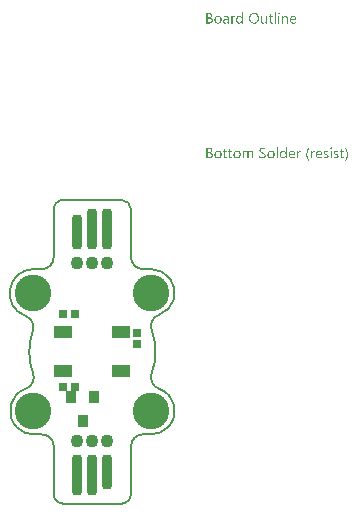
<source format=gbs>
G04*
G04 #@! TF.GenerationSoftware,Altium Limited,Altium Designer,21.8.1 (53)*
G04*
G04 Layer_Color=16711935*
%FSAX25Y25*%
%MOIN*%
G70*
G04*
G04 #@! TF.SameCoordinates,17E01544-8C08-452E-A090-7F5DC87EFE89*
G04*
G04*
G04 #@! TF.FilePolarity,Negative*
G04*
G01*
G75*
%ADD11C,0.00787*%
%ADD34R,0.02756X0.02559*%
%ADD36C,0.12205*%
%ADD38C,0.00591*%
G04:AMPARAMS|DCode=47|XSize=35.43mil|YSize=116.14mil|CornerRadius=13.82mil|HoleSize=0mil|Usage=FLASHONLY|Rotation=0.000|XOffset=0mil|YOffset=0mil|HoleType=Round|Shape=RoundedRectangle|*
%AMROUNDEDRECTD47*
21,1,0.03543,0.08850,0,0,0.0*
21,1,0.00780,0.11614,0,0,0.0*
1,1,0.02764,0.00390,-0.04425*
1,1,0.02764,-0.00390,-0.04425*
1,1,0.02764,-0.00390,0.04425*
1,1,0.02764,0.00390,0.04425*
%
%ADD47ROUNDEDRECTD47*%
G04:AMPARAMS|DCode=48|XSize=35.43mil|YSize=135.83mil|CornerRadius=13.82mil|HoleSize=0mil|Usage=FLASHONLY|Rotation=180.000|XOffset=0mil|YOffset=0mil|HoleType=Round|Shape=RoundedRectangle|*
%AMROUNDEDRECTD48*
21,1,0.03543,0.10819,0,0,180.0*
21,1,0.00780,0.13583,0,0,180.0*
1,1,0.02764,-0.00390,0.05409*
1,1,0.02764,0.00390,0.05409*
1,1,0.02764,0.00390,-0.05409*
1,1,0.02764,-0.00390,-0.05409*
%
%ADD48ROUNDEDRECTD48*%
%ADD49C,0.04331*%
%ADD50R,0.02559X0.02756*%
%ADD51R,0.03740X0.04134*%
%ADD52R,0.06496X0.04134*%
G36*
X0062201Y0140630D02*
X0062226D01*
X0062282Y0140605D01*
X0062313Y0140586D01*
X0062344Y0140562D01*
X0062350Y0140555D01*
X0062356Y0140549D01*
X0062387Y0140512D01*
X0062412Y0140450D01*
X0062418Y0140413D01*
X0062424Y0140376D01*
Y0140370D01*
Y0140357D01*
X0062418Y0140339D01*
X0062412Y0140314D01*
X0062393Y0140252D01*
X0062368Y0140221D01*
X0062344Y0140190D01*
X0062337D01*
X0062331Y0140178D01*
X0062294Y0140153D01*
X0062238Y0140128D01*
X0062201Y0140122D01*
X0062164Y0140116D01*
X0062146D01*
X0062127Y0140122D01*
X0062102D01*
X0062040Y0140147D01*
X0062009Y0140159D01*
X0061978Y0140184D01*
Y0140190D01*
X0061966Y0140196D01*
X0061954Y0140215D01*
X0061941Y0140234D01*
X0061917Y0140295D01*
X0061910Y0140332D01*
X0061904Y0140376D01*
Y0140382D01*
Y0140394D01*
X0061910Y0140413D01*
X0061917Y0140444D01*
X0061935Y0140500D01*
X0061954Y0140531D01*
X0061978Y0140562D01*
X0061985Y0140568D01*
X0061991Y0140574D01*
X0062028Y0140599D01*
X0062090Y0140623D01*
X0062127Y0140636D01*
X0062183D01*
X0062201Y0140630D01*
D02*
G37*
G36*
X0050211Y0136965D02*
X0049809D01*
Y0137386D01*
X0049796D01*
Y0137380D01*
X0049784Y0137367D01*
X0049766Y0137343D01*
X0049747Y0137312D01*
X0049716Y0137275D01*
X0049679Y0137238D01*
X0049635Y0137194D01*
X0049586Y0137151D01*
X0049530Y0137101D01*
X0049462Y0137058D01*
X0049394Y0137021D01*
X0049314Y0136984D01*
X0049233Y0136953D01*
X0049140Y0136928D01*
X0049041Y0136916D01*
X0048936Y0136909D01*
X0048893D01*
X0048856Y0136916D01*
X0048818Y0136922D01*
X0048769Y0136928D01*
X0048664Y0136953D01*
X0048540Y0136990D01*
X0048416Y0137052D01*
X0048348Y0137089D01*
X0048292Y0137132D01*
X0048230Y0137188D01*
X0048175Y0137244D01*
Y0137250D01*
X0048162Y0137262D01*
X0048150Y0137281D01*
X0048131Y0137306D01*
X0048113Y0137337D01*
X0048088Y0137380D01*
X0048063Y0137429D01*
X0048039Y0137485D01*
X0048008Y0137547D01*
X0047983Y0137615D01*
X0047958Y0137689D01*
X0047939Y0137770D01*
X0047921Y0137856D01*
X0047908Y0137956D01*
X0047902Y0138055D01*
X0047896Y0138160D01*
Y0138166D01*
Y0138185D01*
Y0138222D01*
X0047902Y0138265D01*
X0047908Y0138315D01*
X0047915Y0138376D01*
X0047921Y0138445D01*
X0047933Y0138519D01*
X0047970Y0138680D01*
X0048026Y0138847D01*
X0048063Y0138927D01*
X0048107Y0139008D01*
X0048150Y0139082D01*
X0048206Y0139156D01*
X0048212Y0139163D01*
X0048218Y0139175D01*
X0048237Y0139194D01*
X0048261Y0139218D01*
X0048292Y0139243D01*
X0048336Y0139274D01*
X0048379Y0139311D01*
X0048428Y0139348D01*
X0048552Y0139416D01*
X0048695Y0139478D01*
X0048775Y0139497D01*
X0048862Y0139515D01*
X0048948Y0139528D01*
X0049047Y0139534D01*
X0049097D01*
X0049134Y0139528D01*
X0049171Y0139522D01*
X0049221Y0139515D01*
X0049332Y0139485D01*
X0049456Y0139435D01*
X0049518Y0139404D01*
X0049580Y0139361D01*
X0049642Y0139317D01*
X0049697Y0139262D01*
X0049747Y0139200D01*
X0049796Y0139126D01*
X0049809D01*
Y0140685D01*
X0050211D01*
Y0136965D01*
D02*
G37*
G36*
X0064479Y0139528D02*
X0064553Y0139522D01*
X0064646Y0139503D01*
X0064745Y0139472D01*
X0064850Y0139423D01*
X0064956Y0139355D01*
X0064999Y0139317D01*
X0065042Y0139268D01*
X0065055Y0139255D01*
X0065080Y0139218D01*
X0065110Y0139156D01*
X0065154Y0139070D01*
X0065191Y0138964D01*
X0065228Y0138835D01*
X0065253Y0138680D01*
X0065259Y0138500D01*
Y0136965D01*
X0064857D01*
Y0138395D01*
Y0138401D01*
Y0138432D01*
X0064850Y0138469D01*
Y0138519D01*
X0064838Y0138581D01*
X0064826Y0138649D01*
X0064807Y0138723D01*
X0064782Y0138797D01*
X0064751Y0138872D01*
X0064714Y0138940D01*
X0064665Y0139008D01*
X0064609Y0139070D01*
X0064547Y0139119D01*
X0064467Y0139156D01*
X0064380Y0139187D01*
X0064275Y0139194D01*
X0064262D01*
X0064225Y0139187D01*
X0064170Y0139181D01*
X0064101Y0139163D01*
X0064021Y0139138D01*
X0063934Y0139094D01*
X0063854Y0139039D01*
X0063774Y0138964D01*
X0063767Y0138952D01*
X0063743Y0138927D01*
X0063712Y0138878D01*
X0063674Y0138810D01*
X0063637Y0138729D01*
X0063606Y0138630D01*
X0063582Y0138519D01*
X0063575Y0138395D01*
Y0136965D01*
X0063173D01*
Y0139478D01*
X0063575D01*
Y0139057D01*
X0063588D01*
X0063594Y0139064D01*
X0063600Y0139076D01*
X0063619Y0139101D01*
X0063643Y0139132D01*
X0063668Y0139169D01*
X0063705Y0139206D01*
X0063749Y0139249D01*
X0063798Y0139299D01*
X0063854Y0139342D01*
X0063916Y0139385D01*
X0063984Y0139423D01*
X0064058Y0139460D01*
X0064132Y0139491D01*
X0064219Y0139515D01*
X0064312Y0139528D01*
X0064411Y0139534D01*
X0064448D01*
X0064479Y0139528D01*
D02*
G37*
G36*
X0047481Y0139515D02*
X0047556Y0139509D01*
X0047599Y0139497D01*
X0047630Y0139485D01*
Y0139070D01*
X0047624Y0139076D01*
X0047611Y0139082D01*
X0047587Y0139094D01*
X0047556Y0139113D01*
X0047512Y0139126D01*
X0047457Y0139138D01*
X0047395Y0139144D01*
X0047327Y0139150D01*
X0047314D01*
X0047283Y0139144D01*
X0047234Y0139138D01*
X0047178Y0139119D01*
X0047104Y0139088D01*
X0047036Y0139045D01*
X0046961Y0138983D01*
X0046893Y0138903D01*
X0046887Y0138890D01*
X0046869Y0138859D01*
X0046838Y0138804D01*
X0046807Y0138729D01*
X0046776Y0138637D01*
X0046745Y0138519D01*
X0046726Y0138389D01*
X0046720Y0138240D01*
Y0136965D01*
X0046318D01*
Y0139478D01*
X0046720D01*
Y0138958D01*
X0046732D01*
Y0138964D01*
X0046739Y0138971D01*
X0046751Y0139002D01*
X0046769Y0139051D01*
X0046801Y0139113D01*
X0046831Y0139175D01*
X0046881Y0139243D01*
X0046931Y0139311D01*
X0046992Y0139373D01*
X0046999Y0139379D01*
X0047023Y0139398D01*
X0047060Y0139423D01*
X0047110Y0139447D01*
X0047166Y0139472D01*
X0047234Y0139497D01*
X0047308Y0139515D01*
X0047388Y0139522D01*
X0047444D01*
X0047481Y0139515D01*
D02*
G37*
G36*
X0058221Y0136965D02*
X0057819D01*
Y0137361D01*
X0057806D01*
Y0137355D01*
X0057794Y0137343D01*
X0057782Y0137318D01*
X0057757Y0137293D01*
X0057701Y0137219D01*
X0057614Y0137138D01*
X0057565Y0137095D01*
X0057509Y0137052D01*
X0057447Y0137015D01*
X0057373Y0136978D01*
X0057299Y0136953D01*
X0057218Y0136928D01*
X0057125Y0136916D01*
X0057033Y0136909D01*
X0056995D01*
X0056952Y0136916D01*
X0056890Y0136928D01*
X0056822Y0136940D01*
X0056748Y0136965D01*
X0056667Y0136996D01*
X0056587Y0137046D01*
X0056500Y0137101D01*
X0056420Y0137169D01*
X0056345Y0137256D01*
X0056277Y0137361D01*
X0056216Y0137479D01*
X0056172Y0137621D01*
X0056147Y0137788D01*
X0056135Y0137875D01*
Y0137974D01*
Y0139478D01*
X0056531D01*
Y0138036D01*
Y0138030D01*
Y0138005D01*
X0056537Y0137962D01*
X0056544Y0137912D01*
X0056550Y0137850D01*
X0056562Y0137788D01*
X0056581Y0137714D01*
X0056605Y0137640D01*
X0056643Y0137566D01*
X0056680Y0137497D01*
X0056729Y0137429D01*
X0056791Y0137367D01*
X0056859Y0137318D01*
X0056940Y0137281D01*
X0057039Y0137250D01*
X0057144Y0137244D01*
X0057156D01*
X0057193Y0137250D01*
X0057249Y0137256D01*
X0057311Y0137268D01*
X0057392Y0137299D01*
X0057472Y0137337D01*
X0057552Y0137386D01*
X0057627Y0137460D01*
X0057633Y0137473D01*
X0057658Y0137497D01*
X0057689Y0137547D01*
X0057726Y0137615D01*
X0057757Y0137696D01*
X0057788Y0137795D01*
X0057812Y0137906D01*
X0057819Y0138030D01*
Y0139478D01*
X0058221D01*
Y0136965D01*
D02*
G37*
G36*
X0062356D02*
X0061954D01*
Y0139478D01*
X0062356D01*
Y0136965D01*
D02*
G37*
G36*
X0061137D02*
X0060734D01*
Y0140685D01*
X0061137D01*
Y0136965D01*
D02*
G37*
G36*
X0044758Y0139528D02*
X0044813Y0139522D01*
X0044882Y0139503D01*
X0044956Y0139485D01*
X0045036Y0139453D01*
X0045123Y0139416D01*
X0045204Y0139367D01*
X0045284Y0139305D01*
X0045358Y0139231D01*
X0045426Y0139138D01*
X0045482Y0139033D01*
X0045525Y0138909D01*
X0045550Y0138767D01*
X0045562Y0138599D01*
Y0136965D01*
X0045160D01*
Y0137355D01*
X0045148D01*
Y0137349D01*
X0045135Y0137337D01*
X0045123Y0137312D01*
X0045098Y0137287D01*
X0045036Y0137213D01*
X0044956Y0137132D01*
X0044844Y0137052D01*
X0044714Y0136978D01*
X0044634Y0136953D01*
X0044554Y0136928D01*
X0044467Y0136916D01*
X0044374Y0136909D01*
X0044337D01*
X0044312Y0136916D01*
X0044244Y0136922D01*
X0044164Y0136934D01*
X0044065Y0136959D01*
X0043972Y0136990D01*
X0043873Y0137039D01*
X0043786Y0137101D01*
X0043780Y0137114D01*
X0043755Y0137138D01*
X0043718Y0137182D01*
X0043681Y0137244D01*
X0043644Y0137318D01*
X0043606Y0137405D01*
X0043582Y0137510D01*
X0043576Y0137627D01*
Y0137634D01*
Y0137658D01*
X0043582Y0137696D01*
X0043588Y0137739D01*
X0043600Y0137795D01*
X0043619Y0137856D01*
X0043644Y0137925D01*
X0043681Y0137993D01*
X0043724Y0138067D01*
X0043780Y0138141D01*
X0043848Y0138209D01*
X0043928Y0138271D01*
X0044021Y0138333D01*
X0044133Y0138383D01*
X0044256Y0138420D01*
X0044405Y0138451D01*
X0045160Y0138556D01*
Y0138562D01*
Y0138581D01*
X0045154Y0138618D01*
Y0138655D01*
X0045142Y0138705D01*
X0045135Y0138760D01*
X0045098Y0138878D01*
X0045067Y0138934D01*
X0045036Y0138989D01*
X0044993Y0139045D01*
X0044943Y0139094D01*
X0044882Y0139138D01*
X0044813Y0139169D01*
X0044733Y0139187D01*
X0044640Y0139194D01*
X0044597D01*
X0044566Y0139187D01*
X0044523D01*
X0044479Y0139175D01*
X0044368Y0139156D01*
X0044244Y0139119D01*
X0044108Y0139064D01*
X0044034Y0139026D01*
X0043966Y0138989D01*
X0043891Y0138940D01*
X0043823Y0138884D01*
Y0139299D01*
X0043829D01*
X0043842Y0139311D01*
X0043860Y0139324D01*
X0043891Y0139336D01*
X0043922Y0139355D01*
X0043966Y0139373D01*
X0044015Y0139392D01*
X0044071Y0139416D01*
X0044194Y0139460D01*
X0044343Y0139497D01*
X0044504Y0139522D01*
X0044677Y0139534D01*
X0044714D01*
X0044758Y0139528D01*
D02*
G37*
G36*
X0039069Y0140475D02*
X0039112D01*
X0039156Y0140469D01*
X0039255Y0140456D01*
X0039373Y0140425D01*
X0039496Y0140388D01*
X0039614Y0140332D01*
X0039719Y0140258D01*
X0039725D01*
X0039731Y0140246D01*
X0039762Y0140221D01*
X0039806Y0140172D01*
X0039855Y0140103D01*
X0039899Y0140017D01*
X0039942Y0139918D01*
X0039973Y0139806D01*
X0039985Y0139744D01*
Y0139676D01*
Y0139670D01*
Y0139664D01*
Y0139627D01*
X0039979Y0139571D01*
X0039967Y0139503D01*
X0039948Y0139416D01*
X0039917Y0139330D01*
X0039880Y0139243D01*
X0039824Y0139156D01*
X0039818Y0139144D01*
X0039793Y0139119D01*
X0039756Y0139082D01*
X0039707Y0139033D01*
X0039645Y0138983D01*
X0039571Y0138927D01*
X0039478Y0138884D01*
X0039379Y0138841D01*
Y0138835D01*
X0039397D01*
X0039416Y0138828D01*
X0039434Y0138822D01*
X0039503Y0138810D01*
X0039583Y0138785D01*
X0039670Y0138748D01*
X0039762Y0138705D01*
X0039855Y0138643D01*
X0039942Y0138562D01*
X0039954Y0138550D01*
X0039979Y0138519D01*
X0040010Y0138476D01*
X0040053Y0138407D01*
X0040091Y0138321D01*
X0040128Y0138222D01*
X0040152Y0138104D01*
X0040159Y0137974D01*
Y0137968D01*
Y0137956D01*
Y0137931D01*
X0040152Y0137900D01*
X0040146Y0137863D01*
X0040140Y0137819D01*
X0040115Y0137714D01*
X0040078Y0137597D01*
X0040022Y0137473D01*
X0039985Y0137417D01*
X0039942Y0137355D01*
X0039886Y0137299D01*
X0039830Y0137244D01*
X0039824D01*
X0039818Y0137231D01*
X0039800Y0137219D01*
X0039775Y0137200D01*
X0039744Y0137182D01*
X0039701Y0137157D01*
X0039608Y0137108D01*
X0039490Y0137052D01*
X0039354Y0137009D01*
X0039193Y0136978D01*
X0039112Y0136971D01*
X0039020Y0136965D01*
X0037992D01*
Y0140481D01*
X0039038D01*
X0039069Y0140475D01*
D02*
G37*
G36*
X0059564Y0139478D02*
X0060202D01*
Y0139132D01*
X0059564D01*
Y0137714D01*
Y0137702D01*
Y0137671D01*
X0059570Y0137627D01*
X0059577Y0137572D01*
X0059601Y0137454D01*
X0059620Y0137399D01*
X0059651Y0137355D01*
X0059657Y0137349D01*
X0059670Y0137337D01*
X0059688Y0137324D01*
X0059719Y0137306D01*
X0059756Y0137281D01*
X0059806Y0137268D01*
X0059868Y0137256D01*
X0059936Y0137250D01*
X0059960D01*
X0059991Y0137256D01*
X0060028Y0137262D01*
X0060115Y0137287D01*
X0060158Y0137306D01*
X0060202Y0137330D01*
Y0136984D01*
X0060196D01*
X0060177Y0136971D01*
X0060146Y0136965D01*
X0060103Y0136953D01*
X0060047Y0136940D01*
X0059985Y0136928D01*
X0059911Y0136922D01*
X0059824Y0136916D01*
X0059793D01*
X0059762Y0136922D01*
X0059719Y0136928D01*
X0059670Y0136940D01*
X0059614Y0136953D01*
X0059558Y0136978D01*
X0059496Y0137009D01*
X0059434Y0137046D01*
X0059372Y0137095D01*
X0059317Y0137151D01*
X0059267Y0137225D01*
X0059224Y0137306D01*
X0059193Y0137405D01*
X0059168Y0137516D01*
X0059162Y0137646D01*
Y0139132D01*
X0058735D01*
Y0139478D01*
X0059162D01*
Y0140091D01*
X0059564Y0140221D01*
Y0139478D01*
D02*
G37*
G36*
X0067091Y0139528D02*
X0067135Y0139522D01*
X0067178Y0139515D01*
X0067289Y0139497D01*
X0067413Y0139453D01*
X0067537Y0139398D01*
X0067599Y0139361D01*
X0067661Y0139317D01*
X0067716Y0139268D01*
X0067772Y0139212D01*
X0067778Y0139206D01*
X0067785Y0139200D01*
X0067797Y0139181D01*
X0067816Y0139156D01*
X0067834Y0139119D01*
X0067859Y0139082D01*
X0067884Y0139039D01*
X0067908Y0138983D01*
X0067933Y0138921D01*
X0067958Y0138859D01*
X0067983Y0138785D01*
X0068001Y0138705D01*
X0068020Y0138618D01*
X0068032Y0138531D01*
X0068045Y0138432D01*
Y0138327D01*
Y0138117D01*
X0066268D01*
Y0138110D01*
Y0138098D01*
Y0138079D01*
X0066274Y0138048D01*
X0066280Y0138011D01*
Y0137974D01*
X0066299Y0137875D01*
X0066330Y0137776D01*
X0066367Y0137665D01*
X0066423Y0137559D01*
X0066491Y0137467D01*
X0066503Y0137454D01*
X0066528Y0137429D01*
X0066578Y0137399D01*
X0066646Y0137355D01*
X0066732Y0137312D01*
X0066831Y0137281D01*
X0066949Y0137256D01*
X0067085Y0137244D01*
X0067128D01*
X0067159Y0137250D01*
X0067197D01*
X0067240Y0137256D01*
X0067345Y0137281D01*
X0067463Y0137312D01*
X0067593Y0137361D01*
X0067729Y0137429D01*
X0067797Y0137473D01*
X0067865Y0137522D01*
Y0137145D01*
X0067859D01*
X0067853Y0137132D01*
X0067834Y0137126D01*
X0067803Y0137108D01*
X0067772Y0137089D01*
X0067735Y0137070D01*
X0067686Y0137052D01*
X0067636Y0137027D01*
X0067574Y0137002D01*
X0067506Y0136984D01*
X0067357Y0136947D01*
X0067184Y0136922D01*
X0066992Y0136909D01*
X0066943D01*
X0066906Y0136916D01*
X0066862Y0136922D01*
X0066807Y0136928D01*
X0066689Y0136953D01*
X0066553Y0136990D01*
X0066417Y0137052D01*
X0066348Y0137095D01*
X0066280Y0137138D01*
X0066219Y0137188D01*
X0066157Y0137250D01*
X0066150Y0137256D01*
X0066144Y0137268D01*
X0066132Y0137287D01*
X0066107Y0137312D01*
X0066088Y0137349D01*
X0066064Y0137392D01*
X0066033Y0137442D01*
X0066008Y0137497D01*
X0065977Y0137559D01*
X0065952Y0137634D01*
X0065921Y0137714D01*
X0065903Y0137801D01*
X0065884Y0137894D01*
X0065866Y0137993D01*
X0065860Y0138098D01*
X0065853Y0138209D01*
Y0138216D01*
Y0138234D01*
Y0138265D01*
X0065860Y0138308D01*
X0065866Y0138358D01*
X0065872Y0138414D01*
X0065878Y0138482D01*
X0065897Y0138550D01*
X0065934Y0138698D01*
X0065990Y0138859D01*
X0066027Y0138940D01*
X0066076Y0139014D01*
X0066126Y0139094D01*
X0066181Y0139163D01*
X0066188Y0139169D01*
X0066200Y0139181D01*
X0066219Y0139200D01*
X0066243Y0139218D01*
X0066274Y0139249D01*
X0066311Y0139280D01*
X0066361Y0139311D01*
X0066410Y0139348D01*
X0066528Y0139416D01*
X0066670Y0139478D01*
X0066751Y0139497D01*
X0066831Y0139515D01*
X0066918Y0139528D01*
X0067011Y0139534D01*
X0067060D01*
X0067091Y0139528D01*
D02*
G37*
G36*
X0054049Y0140537D02*
X0054111Y0140531D01*
X0054185Y0140518D01*
X0054266Y0140500D01*
X0054352Y0140481D01*
X0054439Y0140456D01*
X0054538Y0140425D01*
X0054631Y0140382D01*
X0054730Y0140332D01*
X0054829Y0140277D01*
X0054922Y0140209D01*
X0055015Y0140134D01*
X0055101Y0140048D01*
X0055107Y0140042D01*
X0055120Y0140023D01*
X0055145Y0139998D01*
X0055169Y0139961D01*
X0055207Y0139912D01*
X0055244Y0139850D01*
X0055281Y0139782D01*
X0055324Y0139707D01*
X0055367Y0139614D01*
X0055405Y0139522D01*
X0055442Y0139416D01*
X0055479Y0139299D01*
X0055504Y0139181D01*
X0055528Y0139051D01*
X0055541Y0138909D01*
X0055547Y0138767D01*
Y0138754D01*
Y0138729D01*
Y0138686D01*
X0055541Y0138624D01*
X0055535Y0138550D01*
X0055522Y0138469D01*
X0055510Y0138376D01*
X0055491Y0138271D01*
X0055467Y0138166D01*
X0055436Y0138055D01*
X0055398Y0137943D01*
X0055355Y0137832D01*
X0055299Y0137714D01*
X0055238Y0137609D01*
X0055169Y0137504D01*
X0055089Y0137405D01*
X0055083Y0137399D01*
X0055070Y0137386D01*
X0055039Y0137361D01*
X0055008Y0137330D01*
X0054959Y0137287D01*
X0054903Y0137250D01*
X0054841Y0137200D01*
X0054767Y0137157D01*
X0054686Y0137114D01*
X0054594Y0137064D01*
X0054495Y0137027D01*
X0054383Y0136990D01*
X0054266Y0136953D01*
X0054142Y0136928D01*
X0054012Y0136916D01*
X0053869Y0136909D01*
X0053838D01*
X0053795Y0136916D01*
X0053746D01*
X0053684Y0136922D01*
X0053610Y0136934D01*
X0053529Y0136953D01*
X0053436Y0136971D01*
X0053343Y0136996D01*
X0053244Y0137027D01*
X0053145Y0137070D01*
X0053046Y0137114D01*
X0052947Y0137169D01*
X0052848Y0137238D01*
X0052755Y0137312D01*
X0052669Y0137399D01*
X0052662Y0137405D01*
X0052650Y0137423D01*
X0052625Y0137448D01*
X0052601Y0137485D01*
X0052563Y0137535D01*
X0052526Y0137597D01*
X0052489Y0137665D01*
X0052446Y0137745D01*
X0052402Y0137832D01*
X0052365Y0137925D01*
X0052328Y0138030D01*
X0052291Y0138147D01*
X0052266Y0138265D01*
X0052241Y0138395D01*
X0052229Y0138537D01*
X0052223Y0138680D01*
Y0138692D01*
Y0138717D01*
X0052229Y0138760D01*
Y0138822D01*
X0052235Y0138890D01*
X0052248Y0138977D01*
X0052260Y0139070D01*
X0052279Y0139169D01*
X0052303Y0139274D01*
X0052334Y0139385D01*
X0052372Y0139497D01*
X0052415Y0139608D01*
X0052470Y0139720D01*
X0052532Y0139831D01*
X0052601Y0139936D01*
X0052681Y0140035D01*
X0052687Y0140042D01*
X0052700Y0140060D01*
X0052731Y0140085D01*
X0052768Y0140116D01*
X0052811Y0140153D01*
X0052867Y0140196D01*
X0052935Y0140240D01*
X0053009Y0140289D01*
X0053096Y0140339D01*
X0053189Y0140382D01*
X0053288Y0140425D01*
X0053399Y0140463D01*
X0053523Y0140494D01*
X0053653Y0140524D01*
X0053789Y0140537D01*
X0053931Y0140543D01*
X0054000D01*
X0054049Y0140537D01*
D02*
G37*
G36*
X0042022Y0139528D02*
X0042065Y0139522D01*
X0042121Y0139515D01*
X0042245Y0139491D01*
X0042387Y0139447D01*
X0042529Y0139385D01*
X0042604Y0139348D01*
X0042672Y0139305D01*
X0042740Y0139249D01*
X0042802Y0139187D01*
X0042808Y0139181D01*
X0042814Y0139169D01*
X0042833Y0139150D01*
X0042851Y0139126D01*
X0042876Y0139088D01*
X0042901Y0139045D01*
X0042932Y0138996D01*
X0042963Y0138940D01*
X0042987Y0138872D01*
X0043018Y0138804D01*
X0043043Y0138723D01*
X0043068Y0138637D01*
X0043086Y0138544D01*
X0043105Y0138445D01*
X0043111Y0138339D01*
X0043117Y0138228D01*
Y0138222D01*
Y0138203D01*
Y0138172D01*
X0043111Y0138129D01*
X0043105Y0138079D01*
X0043099Y0138017D01*
X0043086Y0137956D01*
X0043074Y0137881D01*
X0043037Y0137733D01*
X0042975Y0137572D01*
X0042938Y0137491D01*
X0042888Y0137411D01*
X0042839Y0137337D01*
X0042777Y0137268D01*
X0042771Y0137262D01*
X0042758Y0137256D01*
X0042740Y0137238D01*
X0042715Y0137213D01*
X0042678Y0137188D01*
X0042641Y0137157D01*
X0042591Y0137120D01*
X0042536Y0137089D01*
X0042474Y0137058D01*
X0042406Y0137021D01*
X0042331Y0136990D01*
X0042251Y0136965D01*
X0042164Y0136940D01*
X0042071Y0136928D01*
X0041972Y0136916D01*
X0041867Y0136909D01*
X0041811D01*
X0041774Y0136916D01*
X0041731Y0136922D01*
X0041675Y0136928D01*
X0041613Y0136940D01*
X0041545Y0136953D01*
X0041403Y0136996D01*
X0041254Y0137058D01*
X0041180Y0137095D01*
X0041112Y0137145D01*
X0041044Y0137194D01*
X0040976Y0137256D01*
X0040969Y0137262D01*
X0040963Y0137275D01*
X0040945Y0137293D01*
X0040926Y0137318D01*
X0040901Y0137355D01*
X0040870Y0137399D01*
X0040839Y0137448D01*
X0040815Y0137504D01*
X0040784Y0137572D01*
X0040753Y0137640D01*
X0040722Y0137714D01*
X0040697Y0137801D01*
X0040660Y0137987D01*
X0040654Y0138086D01*
X0040648Y0138191D01*
Y0138197D01*
Y0138222D01*
Y0138253D01*
X0040654Y0138296D01*
X0040660Y0138346D01*
X0040666Y0138407D01*
X0040679Y0138476D01*
X0040691Y0138550D01*
X0040728Y0138711D01*
X0040790Y0138872D01*
X0040833Y0138952D01*
X0040877Y0139033D01*
X0040926Y0139107D01*
X0040988Y0139175D01*
X0040994Y0139181D01*
X0041007Y0139194D01*
X0041025Y0139206D01*
X0041050Y0139231D01*
X0041087Y0139255D01*
X0041131Y0139286D01*
X0041180Y0139324D01*
X0041236Y0139355D01*
X0041298Y0139385D01*
X0041372Y0139423D01*
X0041446Y0139453D01*
X0041533Y0139478D01*
X0041620Y0139503D01*
X0041719Y0139522D01*
X0041824Y0139528D01*
X0041929Y0139534D01*
X0041985D01*
X0042022Y0139528D01*
D02*
G37*
G36*
X0079632Y0095703D02*
X0079657D01*
X0079713Y0095678D01*
X0079744Y0095660D01*
X0079775Y0095635D01*
X0079781Y0095629D01*
X0079787Y0095623D01*
X0079818Y0095586D01*
X0079843Y0095524D01*
X0079849Y0095486D01*
X0079855Y0095449D01*
Y0095443D01*
Y0095431D01*
X0079849Y0095412D01*
X0079843Y0095388D01*
X0079824Y0095326D01*
X0079799Y0095295D01*
X0079775Y0095264D01*
X0079768D01*
X0079762Y0095251D01*
X0079725Y0095227D01*
X0079669Y0095202D01*
X0079632Y0095196D01*
X0079595Y0095189D01*
X0079576D01*
X0079558Y0095196D01*
X0079533D01*
X0079471Y0095220D01*
X0079440Y0095233D01*
X0079409Y0095258D01*
Y0095264D01*
X0079397Y0095270D01*
X0079385Y0095288D01*
X0079372Y0095307D01*
X0079347Y0095369D01*
X0079341Y0095406D01*
X0079335Y0095449D01*
Y0095456D01*
Y0095468D01*
X0079341Y0095486D01*
X0079347Y0095517D01*
X0079366Y0095573D01*
X0079385Y0095604D01*
X0079409Y0095635D01*
X0079416Y0095641D01*
X0079422Y0095647D01*
X0079459Y0095672D01*
X0079521Y0095697D01*
X0079558Y0095709D01*
X0079614D01*
X0079632Y0095703D01*
D02*
G37*
G36*
X0057064Y0095610D02*
X0057113D01*
X0057225Y0095598D01*
X0057348Y0095586D01*
X0057472Y0095561D01*
X0057590Y0095530D01*
X0057639Y0095511D01*
X0057689Y0095486D01*
Y0095022D01*
X0057683D01*
X0057676Y0095035D01*
X0057658Y0095041D01*
X0057633Y0095059D01*
X0057602Y0095072D01*
X0057565Y0095090D01*
X0057472Y0095134D01*
X0057361Y0095171D01*
X0057225Y0095208D01*
X0057064Y0095233D01*
X0056890Y0095239D01*
X0056841D01*
X0056804Y0095233D01*
X0056766D01*
X0056717Y0095227D01*
X0056618Y0095208D01*
X0056612D01*
X0056593Y0095202D01*
X0056568Y0095196D01*
X0056537Y0095189D01*
X0056463Y0095158D01*
X0056376Y0095121D01*
X0056370D01*
X0056358Y0095109D01*
X0056339Y0095096D01*
X0056314Y0095078D01*
X0056259Y0095022D01*
X0056203Y0094954D01*
Y0094948D01*
X0056191Y0094936D01*
X0056185Y0094917D01*
X0056172Y0094886D01*
X0056160Y0094849D01*
X0056154Y0094812D01*
X0056141Y0094713D01*
Y0094707D01*
Y0094688D01*
Y0094663D01*
X0056147Y0094632D01*
X0056160Y0094558D01*
X0056191Y0094477D01*
Y0094471D01*
X0056203Y0094459D01*
X0056209Y0094440D01*
X0056228Y0094416D01*
X0056277Y0094360D01*
X0056339Y0094298D01*
X0056345Y0094292D01*
X0056358Y0094286D01*
X0056376Y0094267D01*
X0056407Y0094248D01*
X0056445Y0094224D01*
X0056482Y0094199D01*
X0056581Y0094137D01*
X0056587Y0094131D01*
X0056605Y0094125D01*
X0056636Y0094106D01*
X0056674Y0094088D01*
X0056723Y0094063D01*
X0056779Y0094038D01*
X0056903Y0093976D01*
X0056909Y0093970D01*
X0056933Y0093958D01*
X0056971Y0093939D01*
X0057020Y0093914D01*
X0057076Y0093889D01*
X0057138Y0093852D01*
X0057262Y0093778D01*
X0057268Y0093772D01*
X0057292Y0093760D01*
X0057323Y0093741D01*
X0057367Y0093710D01*
X0057460Y0093636D01*
X0057559Y0093549D01*
X0057565Y0093543D01*
X0057583Y0093530D01*
X0057602Y0093499D01*
X0057633Y0093469D01*
X0057664Y0093425D01*
X0057701Y0093382D01*
X0057763Y0093270D01*
X0057769Y0093264D01*
X0057775Y0093246D01*
X0057788Y0093215D01*
X0057800Y0093171D01*
X0057812Y0093122D01*
X0057825Y0093060D01*
X0057837Y0092998D01*
Y0092924D01*
Y0092911D01*
Y0092880D01*
X0057831Y0092831D01*
X0057825Y0092769D01*
X0057812Y0092701D01*
X0057794Y0092627D01*
X0057769Y0092552D01*
X0057732Y0092484D01*
X0057726Y0092478D01*
X0057714Y0092453D01*
X0057689Y0092422D01*
X0057664Y0092379D01*
X0057621Y0092336D01*
X0057577Y0092286D01*
X0057522Y0092237D01*
X0057460Y0092187D01*
X0057454Y0092181D01*
X0057429Y0092169D01*
X0057392Y0092150D01*
X0057342Y0092125D01*
X0057286Y0092101D01*
X0057218Y0092076D01*
X0057138Y0092051D01*
X0057057Y0092032D01*
X0057045D01*
X0057020Y0092026D01*
X0056977Y0092020D01*
X0056915Y0092008D01*
X0056847Y0092001D01*
X0056766Y0091989D01*
X0056680Y0091983D01*
X0056531D01*
X0056463Y0091989D01*
X0056376Y0091995D01*
X0056358D01*
X0056333Y0092001D01*
X0056302Y0092008D01*
X0056222Y0092014D01*
X0056129Y0092032D01*
X0056123D01*
X0056104Y0092039D01*
X0056079Y0092045D01*
X0056048Y0092051D01*
X0055974Y0092070D01*
X0055887Y0092094D01*
X0055881D01*
X0055869Y0092101D01*
X0055850Y0092107D01*
X0055826Y0092119D01*
X0055764Y0092144D01*
X0055702Y0092181D01*
Y0092664D01*
X0055708Y0092658D01*
X0055720Y0092651D01*
X0055733Y0092639D01*
X0055757Y0092620D01*
X0055826Y0092577D01*
X0055906Y0092528D01*
X0055912D01*
X0055924Y0092522D01*
X0055949Y0092509D01*
X0055980Y0092497D01*
X0056061Y0092460D01*
X0056147Y0092429D01*
X0056154D01*
X0056172Y0092422D01*
X0056197Y0092416D01*
X0056228Y0092410D01*
X0056314Y0092385D01*
X0056407Y0092367D01*
X0056432D01*
X0056457Y0092361D01*
X0056488D01*
X0056562Y0092354D01*
X0056649Y0092348D01*
X0056711D01*
X0056779Y0092354D01*
X0056865Y0092367D01*
X0056958Y0092379D01*
X0057051Y0092404D01*
X0057138Y0092441D01*
X0057218Y0092484D01*
X0057225Y0092491D01*
X0057249Y0092509D01*
X0057280Y0092546D01*
X0057311Y0092590D01*
X0057348Y0092645D01*
X0057373Y0092720D01*
X0057398Y0092800D01*
X0057404Y0092893D01*
Y0092899D01*
Y0092918D01*
Y0092942D01*
X0057398Y0092980D01*
X0057379Y0093060D01*
X0057342Y0093141D01*
Y0093147D01*
X0057330Y0093159D01*
X0057317Y0093178D01*
X0057299Y0093202D01*
X0057243Y0093264D01*
X0057169Y0093332D01*
X0057162Y0093339D01*
X0057150Y0093351D01*
X0057125Y0093363D01*
X0057095Y0093388D01*
X0057057Y0093413D01*
X0057014Y0093444D01*
X0056909Y0093499D01*
X0056903Y0093506D01*
X0056884Y0093512D01*
X0056853Y0093530D01*
X0056810Y0093549D01*
X0056766Y0093580D01*
X0056711Y0093605D01*
X0056581Y0093673D01*
X0056574Y0093679D01*
X0056550Y0093691D01*
X0056513Y0093710D01*
X0056469Y0093729D01*
X0056420Y0093760D01*
X0056364Y0093790D01*
X0056240Y0093858D01*
X0056234Y0093865D01*
X0056216Y0093877D01*
X0056185Y0093896D01*
X0056147Y0093920D01*
X0056055Y0093989D01*
X0055962Y0094069D01*
X0055955Y0094075D01*
X0055943Y0094088D01*
X0055918Y0094112D01*
X0055894Y0094143D01*
X0055863Y0094187D01*
X0055832Y0094230D01*
X0055776Y0094329D01*
Y0094335D01*
X0055764Y0094354D01*
X0055757Y0094385D01*
X0055745Y0094428D01*
X0055733Y0094477D01*
X0055720Y0094539D01*
X0055714Y0094601D01*
X0055708Y0094676D01*
Y0094688D01*
Y0094719D01*
X0055714Y0094762D01*
X0055720Y0094818D01*
X0055733Y0094886D01*
X0055751Y0094954D01*
X0055776Y0095022D01*
X0055813Y0095090D01*
X0055819Y0095096D01*
X0055832Y0095121D01*
X0055857Y0095152D01*
X0055887Y0095196D01*
X0055924Y0095239D01*
X0055974Y0095288D01*
X0056030Y0095338D01*
X0056092Y0095381D01*
X0056098Y0095388D01*
X0056123Y0095400D01*
X0056160Y0095425D01*
X0056203Y0095449D01*
X0056265Y0095474D01*
X0056327Y0095505D01*
X0056401Y0095530D01*
X0056482Y0095555D01*
X0056494D01*
X0056519Y0095567D01*
X0056562Y0095573D01*
X0056624Y0095586D01*
X0056692Y0095598D01*
X0056766Y0095604D01*
X0056933Y0095617D01*
X0057020D01*
X0057064Y0095610D01*
D02*
G37*
G36*
X0064795Y0092039D02*
X0064393D01*
Y0092460D01*
X0064380D01*
Y0092453D01*
X0064368Y0092441D01*
X0064349Y0092416D01*
X0064331Y0092385D01*
X0064300Y0092348D01*
X0064262Y0092311D01*
X0064219Y0092268D01*
X0064170Y0092224D01*
X0064114Y0092175D01*
X0064046Y0092132D01*
X0063978Y0092094D01*
X0063897Y0092057D01*
X0063817Y0092026D01*
X0063724Y0092001D01*
X0063625Y0091989D01*
X0063520Y0091983D01*
X0063476D01*
X0063439Y0091989D01*
X0063402Y0091995D01*
X0063353Y0092001D01*
X0063247Y0092026D01*
X0063124Y0092063D01*
X0063000Y0092125D01*
X0062932Y0092163D01*
X0062876Y0092206D01*
X0062814Y0092261D01*
X0062758Y0092317D01*
Y0092323D01*
X0062746Y0092336D01*
X0062734Y0092354D01*
X0062715Y0092379D01*
X0062696Y0092410D01*
X0062672Y0092453D01*
X0062647Y0092503D01*
X0062622Y0092559D01*
X0062591Y0092620D01*
X0062566Y0092689D01*
X0062542Y0092763D01*
X0062523Y0092843D01*
X0062505Y0092930D01*
X0062492Y0093029D01*
X0062486Y0093128D01*
X0062480Y0093233D01*
Y0093239D01*
Y0093258D01*
Y0093295D01*
X0062486Y0093339D01*
X0062492Y0093388D01*
X0062498Y0093450D01*
X0062505Y0093518D01*
X0062517Y0093592D01*
X0062554Y0093753D01*
X0062610Y0093920D01*
X0062647Y0094001D01*
X0062690Y0094081D01*
X0062734Y0094156D01*
X0062789Y0094230D01*
X0062796Y0094236D01*
X0062802Y0094248D01*
X0062820Y0094267D01*
X0062845Y0094292D01*
X0062876Y0094317D01*
X0062919Y0094348D01*
X0062963Y0094385D01*
X0063012Y0094422D01*
X0063136Y0094490D01*
X0063278Y0094552D01*
X0063359Y0094570D01*
X0063445Y0094589D01*
X0063532Y0094601D01*
X0063631Y0094608D01*
X0063681D01*
X0063718Y0094601D01*
X0063755Y0094595D01*
X0063804Y0094589D01*
X0063916Y0094558D01*
X0064040Y0094508D01*
X0064101Y0094477D01*
X0064163Y0094434D01*
X0064225Y0094391D01*
X0064281Y0094335D01*
X0064331Y0094273D01*
X0064380Y0094199D01*
X0064393D01*
Y0095759D01*
X0064795D01*
Y0092039D01*
D02*
G37*
G36*
X0081539Y0094601D02*
X0081619Y0094595D01*
X0081706Y0094583D01*
X0081805Y0094558D01*
X0081904Y0094533D01*
X0082003Y0094496D01*
Y0094088D01*
X0081991Y0094094D01*
X0081954Y0094118D01*
X0081898Y0094143D01*
X0081823Y0094180D01*
X0081731Y0094211D01*
X0081619Y0094242D01*
X0081495Y0094261D01*
X0081365Y0094267D01*
X0081297D01*
X0081235Y0094255D01*
X0081161Y0094242D01*
X0081155D01*
X0081149Y0094236D01*
X0081112Y0094224D01*
X0081062Y0094199D01*
X0081006Y0094168D01*
X0080994Y0094162D01*
X0080969Y0094137D01*
X0080938Y0094100D01*
X0080907Y0094057D01*
X0080901Y0094044D01*
X0080889Y0094013D01*
X0080876Y0093970D01*
X0080870Y0093914D01*
Y0093908D01*
Y0093896D01*
Y0093877D01*
X0080876Y0093858D01*
X0080889Y0093803D01*
X0080907Y0093747D01*
X0080914Y0093735D01*
X0080932Y0093710D01*
X0080969Y0093673D01*
X0081013Y0093629D01*
X0081019D01*
X0081025Y0093623D01*
X0081062Y0093599D01*
X0081112Y0093568D01*
X0081180Y0093537D01*
X0081186D01*
X0081198Y0093530D01*
X0081217Y0093524D01*
X0081248Y0093512D01*
X0081316Y0093487D01*
X0081403Y0093450D01*
X0081409D01*
X0081433Y0093438D01*
X0081464Y0093425D01*
X0081502Y0093413D01*
X0081601Y0093370D01*
X0081700Y0093320D01*
X0081706D01*
X0081725Y0093308D01*
X0081749Y0093295D01*
X0081780Y0093277D01*
X0081854Y0093227D01*
X0081929Y0093165D01*
X0081935Y0093159D01*
X0081947Y0093153D01*
X0081960Y0093134D01*
X0081985Y0093110D01*
X0082028Y0093048D01*
X0082071Y0092967D01*
Y0092961D01*
X0082077Y0092949D01*
X0082090Y0092924D01*
X0082096Y0092893D01*
X0082108Y0092856D01*
X0082114Y0092812D01*
X0082121Y0092707D01*
Y0092701D01*
Y0092676D01*
X0082114Y0092639D01*
X0082108Y0092596D01*
X0082102Y0092546D01*
X0082083Y0092491D01*
X0082065Y0092441D01*
X0082034Y0092385D01*
X0082028Y0092379D01*
X0082022Y0092361D01*
X0082003Y0092336D01*
X0081978Y0092305D01*
X0081947Y0092268D01*
X0081910Y0092231D01*
X0081817Y0092156D01*
X0081811Y0092150D01*
X0081793Y0092144D01*
X0081768Y0092125D01*
X0081725Y0092107D01*
X0081681Y0092082D01*
X0081625Y0092063D01*
X0081570Y0092045D01*
X0081502Y0092026D01*
X0081495D01*
X0081471Y0092020D01*
X0081433Y0092014D01*
X0081390Y0092008D01*
X0081328Y0091995D01*
X0081266Y0091989D01*
X0081124Y0091983D01*
X0081062D01*
X0080988Y0091989D01*
X0080895Y0092001D01*
X0080790Y0092020D01*
X0080678Y0092045D01*
X0080567Y0092076D01*
X0080455Y0092125D01*
Y0092559D01*
X0080462D01*
X0080468Y0092546D01*
X0080487Y0092534D01*
X0080511Y0092522D01*
X0080579Y0092484D01*
X0080672Y0092441D01*
X0080777Y0092392D01*
X0080901Y0092354D01*
X0081037Y0092330D01*
X0081180Y0092317D01*
X0081229D01*
X0081260Y0092323D01*
X0081347Y0092336D01*
X0081446Y0092361D01*
X0081539Y0092404D01*
X0081582Y0092435D01*
X0081625Y0092466D01*
X0081656Y0092509D01*
X0081681Y0092552D01*
X0081700Y0092608D01*
X0081706Y0092670D01*
Y0092676D01*
Y0092689D01*
Y0092707D01*
X0081700Y0092726D01*
X0081687Y0092782D01*
X0081663Y0092837D01*
Y0092843D01*
X0081656Y0092850D01*
X0081632Y0092880D01*
X0081595Y0092924D01*
X0081539Y0092961D01*
X0081533D01*
X0081526Y0092973D01*
X0081489Y0092992D01*
X0081433Y0093029D01*
X0081359Y0093060D01*
X0081353D01*
X0081341Y0093066D01*
X0081322Y0093079D01*
X0081291Y0093091D01*
X0081223Y0093116D01*
X0081136Y0093153D01*
X0081130D01*
X0081106Y0093165D01*
X0081075Y0093178D01*
X0081037Y0093190D01*
X0080938Y0093233D01*
X0080839Y0093283D01*
X0080833Y0093289D01*
X0080821Y0093295D01*
X0080796Y0093308D01*
X0080765Y0093326D01*
X0080697Y0093376D01*
X0080629Y0093431D01*
X0080623Y0093438D01*
X0080616Y0093444D01*
X0080598Y0093462D01*
X0080579Y0093487D01*
X0080536Y0093549D01*
X0080499Y0093623D01*
Y0093629D01*
X0080493Y0093642D01*
X0080487Y0093667D01*
X0080480Y0093698D01*
X0080474Y0093735D01*
X0080468Y0093778D01*
X0080462Y0093883D01*
Y0093889D01*
Y0093914D01*
X0080468Y0093945D01*
X0080474Y0093989D01*
X0080480Y0094038D01*
X0080499Y0094088D01*
X0080517Y0094143D01*
X0080542Y0094193D01*
X0080548Y0094199D01*
X0080555Y0094218D01*
X0080573Y0094242D01*
X0080598Y0094273D01*
X0080666Y0094348D01*
X0080753Y0094422D01*
X0080759Y0094428D01*
X0080777Y0094434D01*
X0080802Y0094453D01*
X0080845Y0094471D01*
X0080889Y0094496D01*
X0080938Y0094521D01*
X0081062Y0094558D01*
X0081068D01*
X0081093Y0094564D01*
X0081124Y0094577D01*
X0081174Y0094583D01*
X0081223Y0094595D01*
X0081285Y0094601D01*
X0081421Y0094608D01*
X0081477D01*
X0081539Y0094601D01*
D02*
G37*
G36*
X0078184D02*
X0078264Y0094595D01*
X0078351Y0094583D01*
X0078450Y0094558D01*
X0078549Y0094533D01*
X0078648Y0094496D01*
Y0094088D01*
X0078636Y0094094D01*
X0078598Y0094118D01*
X0078543Y0094143D01*
X0078469Y0094180D01*
X0078376Y0094211D01*
X0078264Y0094242D01*
X0078140Y0094261D01*
X0078010Y0094267D01*
X0077942D01*
X0077881Y0094255D01*
X0077806Y0094242D01*
X0077800D01*
X0077794Y0094236D01*
X0077757Y0094224D01*
X0077707Y0094199D01*
X0077651Y0094168D01*
X0077639Y0094162D01*
X0077614Y0094137D01*
X0077583Y0094100D01*
X0077552Y0094057D01*
X0077546Y0094044D01*
X0077534Y0094013D01*
X0077522Y0093970D01*
X0077515Y0093914D01*
Y0093908D01*
Y0093896D01*
Y0093877D01*
X0077522Y0093858D01*
X0077534Y0093803D01*
X0077552Y0093747D01*
X0077559Y0093735D01*
X0077577Y0093710D01*
X0077614Y0093673D01*
X0077658Y0093629D01*
X0077664D01*
X0077670Y0093623D01*
X0077707Y0093599D01*
X0077757Y0093568D01*
X0077825Y0093537D01*
X0077831D01*
X0077843Y0093530D01*
X0077862Y0093524D01*
X0077893Y0093512D01*
X0077961Y0093487D01*
X0078048Y0093450D01*
X0078054D01*
X0078079Y0093438D01*
X0078110Y0093425D01*
X0078147Y0093413D01*
X0078246Y0093370D01*
X0078345Y0093320D01*
X0078351D01*
X0078369Y0093308D01*
X0078394Y0093295D01*
X0078425Y0093277D01*
X0078500Y0093227D01*
X0078574Y0093165D01*
X0078580Y0093159D01*
X0078592Y0093153D01*
X0078605Y0093134D01*
X0078629Y0093110D01*
X0078673Y0093048D01*
X0078716Y0092967D01*
Y0092961D01*
X0078722Y0092949D01*
X0078735Y0092924D01*
X0078741Y0092893D01*
X0078753Y0092856D01*
X0078759Y0092812D01*
X0078766Y0092707D01*
Y0092701D01*
Y0092676D01*
X0078759Y0092639D01*
X0078753Y0092596D01*
X0078747Y0092546D01*
X0078728Y0092491D01*
X0078710Y0092441D01*
X0078679Y0092385D01*
X0078673Y0092379D01*
X0078667Y0092361D01*
X0078648Y0092336D01*
X0078623Y0092305D01*
X0078592Y0092268D01*
X0078555Y0092231D01*
X0078462Y0092156D01*
X0078456Y0092150D01*
X0078438Y0092144D01*
X0078413Y0092125D01*
X0078369Y0092107D01*
X0078326Y0092082D01*
X0078271Y0092063D01*
X0078215Y0092045D01*
X0078147Y0092026D01*
X0078140D01*
X0078116Y0092020D01*
X0078079Y0092014D01*
X0078035Y0092008D01*
X0077973Y0091995D01*
X0077911Y0091989D01*
X0077769Y0091983D01*
X0077707D01*
X0077633Y0091989D01*
X0077540Y0092001D01*
X0077435Y0092020D01*
X0077323Y0092045D01*
X0077212Y0092076D01*
X0077100Y0092125D01*
Y0092559D01*
X0077107D01*
X0077113Y0092546D01*
X0077131Y0092534D01*
X0077156Y0092522D01*
X0077224Y0092484D01*
X0077317Y0092441D01*
X0077422Y0092392D01*
X0077546Y0092354D01*
X0077682Y0092330D01*
X0077825Y0092317D01*
X0077874D01*
X0077905Y0092323D01*
X0077992Y0092336D01*
X0078091Y0092361D01*
X0078184Y0092404D01*
X0078227Y0092435D01*
X0078271Y0092466D01*
X0078301Y0092509D01*
X0078326Y0092552D01*
X0078345Y0092608D01*
X0078351Y0092670D01*
Y0092676D01*
Y0092689D01*
Y0092707D01*
X0078345Y0092726D01*
X0078332Y0092782D01*
X0078308Y0092837D01*
Y0092843D01*
X0078301Y0092850D01*
X0078277Y0092880D01*
X0078240Y0092924D01*
X0078184Y0092961D01*
X0078178D01*
X0078171Y0092973D01*
X0078134Y0092992D01*
X0078079Y0093029D01*
X0078004Y0093060D01*
X0077998D01*
X0077986Y0093066D01*
X0077967Y0093079D01*
X0077936Y0093091D01*
X0077868Y0093116D01*
X0077781Y0093153D01*
X0077775D01*
X0077750Y0093165D01*
X0077719Y0093178D01*
X0077682Y0093190D01*
X0077583Y0093233D01*
X0077484Y0093283D01*
X0077478Y0093289D01*
X0077466Y0093295D01*
X0077441Y0093308D01*
X0077410Y0093326D01*
X0077342Y0093376D01*
X0077274Y0093431D01*
X0077268Y0093438D01*
X0077262Y0093444D01*
X0077243Y0093462D01*
X0077224Y0093487D01*
X0077181Y0093549D01*
X0077144Y0093623D01*
Y0093629D01*
X0077138Y0093642D01*
X0077131Y0093667D01*
X0077125Y0093698D01*
X0077119Y0093735D01*
X0077113Y0093778D01*
X0077107Y0093883D01*
Y0093889D01*
Y0093914D01*
X0077113Y0093945D01*
X0077119Y0093989D01*
X0077125Y0094038D01*
X0077144Y0094088D01*
X0077162Y0094143D01*
X0077187Y0094193D01*
X0077193Y0094199D01*
X0077200Y0094218D01*
X0077218Y0094242D01*
X0077243Y0094273D01*
X0077311Y0094348D01*
X0077398Y0094422D01*
X0077404Y0094428D01*
X0077422Y0094434D01*
X0077447Y0094453D01*
X0077491Y0094471D01*
X0077534Y0094496D01*
X0077583Y0094521D01*
X0077707Y0094558D01*
X0077713D01*
X0077738Y0094564D01*
X0077769Y0094577D01*
X0077819Y0094583D01*
X0077868Y0094595D01*
X0077930Y0094601D01*
X0078066Y0094608D01*
X0078122D01*
X0078184Y0094601D01*
D02*
G37*
G36*
X0052929D02*
X0052984Y0094589D01*
X0053046Y0094577D01*
X0053114Y0094552D01*
X0053195Y0094521D01*
X0053269Y0094477D01*
X0053350Y0094428D01*
X0053424Y0094360D01*
X0053492Y0094273D01*
X0053554Y0094174D01*
X0053610Y0094063D01*
X0053647Y0093920D01*
X0053678Y0093766D01*
X0053684Y0093586D01*
Y0092039D01*
X0053281D01*
Y0093481D01*
Y0093487D01*
Y0093499D01*
Y0093518D01*
Y0093549D01*
X0053275Y0093623D01*
X0053263Y0093710D01*
X0053250Y0093809D01*
X0053226Y0093908D01*
X0053195Y0094001D01*
X0053151Y0094081D01*
X0053145Y0094088D01*
X0053127Y0094112D01*
X0053096Y0094143D01*
X0053046Y0094174D01*
X0052991Y0094211D01*
X0052916Y0094236D01*
X0052823Y0094261D01*
X0052718Y0094267D01*
X0052706D01*
X0052675Y0094261D01*
X0052625Y0094255D01*
X0052563Y0094236D01*
X0052495Y0094211D01*
X0052421Y0094168D01*
X0052347Y0094112D01*
X0052279Y0094032D01*
X0052272Y0094020D01*
X0052254Y0093989D01*
X0052223Y0093939D01*
X0052192Y0093871D01*
X0052155Y0093790D01*
X0052130Y0093698D01*
X0052105Y0093586D01*
X0052099Y0093469D01*
Y0092039D01*
X0051697D01*
Y0093530D01*
Y0093537D01*
Y0093561D01*
X0051691Y0093599D01*
Y0093648D01*
X0051678Y0093704D01*
X0051666Y0093766D01*
X0051647Y0093828D01*
X0051629Y0093902D01*
X0051598Y0093970D01*
X0051561Y0094032D01*
X0051511Y0094094D01*
X0051455Y0094150D01*
X0051394Y0094199D01*
X0051313Y0094236D01*
X0051226Y0094261D01*
X0051127Y0094267D01*
X0051115D01*
X0051084Y0094261D01*
X0051034Y0094255D01*
X0050973Y0094242D01*
X0050905Y0094211D01*
X0050830Y0094174D01*
X0050756Y0094118D01*
X0050688Y0094044D01*
X0050682Y0094032D01*
X0050663Y0094007D01*
X0050632Y0093958D01*
X0050601Y0093889D01*
X0050570Y0093809D01*
X0050539Y0093710D01*
X0050521Y0093599D01*
X0050515Y0093469D01*
Y0092039D01*
X0050112D01*
Y0094552D01*
X0050515D01*
Y0094150D01*
X0050527D01*
X0050533Y0094156D01*
X0050539Y0094168D01*
X0050558Y0094193D01*
X0050576Y0094224D01*
X0050638Y0094292D01*
X0050725Y0094379D01*
X0050836Y0094465D01*
X0050966Y0094533D01*
X0051047Y0094564D01*
X0051127Y0094589D01*
X0051214Y0094601D01*
X0051307Y0094608D01*
X0051350D01*
X0051400Y0094601D01*
X0051462Y0094589D01*
X0051530Y0094570D01*
X0051604Y0094546D01*
X0051678Y0094515D01*
X0051753Y0094465D01*
X0051759Y0094459D01*
X0051783Y0094440D01*
X0051814Y0094409D01*
X0051858Y0094366D01*
X0051901Y0094310D01*
X0051944Y0094248D01*
X0051988Y0094174D01*
X0052019Y0094088D01*
X0052025Y0094094D01*
X0052031Y0094112D01*
X0052050Y0094137D01*
X0052068Y0094168D01*
X0052099Y0094211D01*
X0052136Y0094255D01*
X0052180Y0094298D01*
X0052229Y0094348D01*
X0052285Y0094397D01*
X0052347Y0094440D01*
X0052415Y0094490D01*
X0052489Y0094527D01*
X0052570Y0094558D01*
X0052656Y0094583D01*
X0052755Y0094601D01*
X0052854Y0094608D01*
X0052891D01*
X0052929Y0094601D01*
D02*
G37*
G36*
X0074037Y0094589D02*
X0074111Y0094583D01*
X0074154Y0094570D01*
X0074185Y0094558D01*
Y0094143D01*
X0074179Y0094150D01*
X0074167Y0094156D01*
X0074142Y0094168D01*
X0074111Y0094187D01*
X0074067Y0094199D01*
X0074012Y0094211D01*
X0073950Y0094218D01*
X0073882Y0094224D01*
X0073869D01*
X0073838Y0094218D01*
X0073789Y0094211D01*
X0073733Y0094193D01*
X0073659Y0094162D01*
X0073591Y0094118D01*
X0073516Y0094057D01*
X0073448Y0093976D01*
X0073442Y0093964D01*
X0073424Y0093933D01*
X0073393Y0093877D01*
X0073362Y0093803D01*
X0073331Y0093710D01*
X0073300Y0093592D01*
X0073281Y0093462D01*
X0073275Y0093314D01*
Y0092039D01*
X0072873D01*
Y0094552D01*
X0073275D01*
Y0094032D01*
X0073287D01*
Y0094038D01*
X0073294Y0094044D01*
X0073306Y0094075D01*
X0073325Y0094125D01*
X0073356Y0094187D01*
X0073387Y0094248D01*
X0073436Y0094317D01*
X0073486Y0094385D01*
X0073548Y0094447D01*
X0073554Y0094453D01*
X0073578Y0094471D01*
X0073616Y0094496D01*
X0073665Y0094521D01*
X0073721Y0094546D01*
X0073789Y0094570D01*
X0073863Y0094589D01*
X0073944Y0094595D01*
X0073999D01*
X0074037Y0094589D01*
D02*
G37*
G36*
X0069400D02*
X0069475Y0094583D01*
X0069518Y0094570D01*
X0069549Y0094558D01*
Y0094143D01*
X0069543Y0094150D01*
X0069530Y0094156D01*
X0069505Y0094168D01*
X0069475Y0094187D01*
X0069431Y0094199D01*
X0069375Y0094211D01*
X0069314Y0094218D01*
X0069245Y0094224D01*
X0069233D01*
X0069202Y0094218D01*
X0069153Y0094211D01*
X0069097Y0094193D01*
X0069023Y0094162D01*
X0068954Y0094118D01*
X0068880Y0094057D01*
X0068812Y0093976D01*
X0068806Y0093964D01*
X0068787Y0093933D01*
X0068756Y0093877D01*
X0068726Y0093803D01*
X0068695Y0093710D01*
X0068664Y0093592D01*
X0068645Y0093462D01*
X0068639Y0093314D01*
Y0092039D01*
X0068237D01*
Y0094552D01*
X0068639D01*
Y0094032D01*
X0068651D01*
Y0094038D01*
X0068657Y0094044D01*
X0068670Y0094075D01*
X0068688Y0094125D01*
X0068719Y0094187D01*
X0068750Y0094248D01*
X0068800Y0094317D01*
X0068849Y0094385D01*
X0068911Y0094447D01*
X0068917Y0094453D01*
X0068942Y0094471D01*
X0068979Y0094496D01*
X0069029Y0094521D01*
X0069085Y0094546D01*
X0069153Y0094570D01*
X0069227Y0094589D01*
X0069307Y0094595D01*
X0069363D01*
X0069400Y0094589D01*
D02*
G37*
G36*
X0079787Y0092039D02*
X0079385D01*
Y0094552D01*
X0079787D01*
Y0092039D01*
D02*
G37*
G36*
X0061830D02*
X0061427D01*
Y0095759D01*
X0061830D01*
Y0092039D01*
D02*
G37*
G36*
X0039069Y0095548D02*
X0039112D01*
X0039156Y0095542D01*
X0039255Y0095530D01*
X0039373Y0095499D01*
X0039496Y0095462D01*
X0039614Y0095406D01*
X0039719Y0095332D01*
X0039725D01*
X0039731Y0095319D01*
X0039762Y0095295D01*
X0039806Y0095245D01*
X0039855Y0095177D01*
X0039899Y0095090D01*
X0039942Y0094991D01*
X0039973Y0094880D01*
X0039985Y0094818D01*
Y0094750D01*
Y0094744D01*
Y0094737D01*
Y0094700D01*
X0039979Y0094645D01*
X0039967Y0094577D01*
X0039948Y0094490D01*
X0039917Y0094403D01*
X0039880Y0094317D01*
X0039824Y0094230D01*
X0039818Y0094218D01*
X0039793Y0094193D01*
X0039756Y0094156D01*
X0039707Y0094106D01*
X0039645Y0094057D01*
X0039571Y0094001D01*
X0039478Y0093958D01*
X0039379Y0093914D01*
Y0093908D01*
X0039397D01*
X0039416Y0093902D01*
X0039434Y0093896D01*
X0039503Y0093883D01*
X0039583Y0093858D01*
X0039670Y0093821D01*
X0039762Y0093778D01*
X0039855Y0093716D01*
X0039942Y0093636D01*
X0039954Y0093623D01*
X0039979Y0093592D01*
X0040010Y0093549D01*
X0040053Y0093481D01*
X0040091Y0093394D01*
X0040128Y0093295D01*
X0040152Y0093178D01*
X0040159Y0093048D01*
Y0093041D01*
Y0093029D01*
Y0093004D01*
X0040152Y0092973D01*
X0040146Y0092936D01*
X0040140Y0092893D01*
X0040115Y0092788D01*
X0040078Y0092670D01*
X0040022Y0092546D01*
X0039985Y0092491D01*
X0039942Y0092429D01*
X0039886Y0092373D01*
X0039830Y0092317D01*
X0039824D01*
X0039818Y0092305D01*
X0039800Y0092292D01*
X0039775Y0092274D01*
X0039744Y0092255D01*
X0039701Y0092231D01*
X0039608Y0092181D01*
X0039490Y0092125D01*
X0039354Y0092082D01*
X0039193Y0092051D01*
X0039112Y0092045D01*
X0039020Y0092039D01*
X0037992D01*
Y0095555D01*
X0039038D01*
X0039069Y0095548D01*
D02*
G37*
G36*
X0083272Y0094552D02*
X0083909D01*
Y0094205D01*
X0083272D01*
Y0092788D01*
Y0092775D01*
Y0092744D01*
X0083278Y0092701D01*
X0083284Y0092645D01*
X0083309Y0092528D01*
X0083328Y0092472D01*
X0083359Y0092429D01*
X0083365Y0092422D01*
X0083377Y0092410D01*
X0083396Y0092398D01*
X0083427Y0092379D01*
X0083464Y0092354D01*
X0083513Y0092342D01*
X0083575Y0092330D01*
X0083643Y0092323D01*
X0083668D01*
X0083699Y0092330D01*
X0083736Y0092336D01*
X0083823Y0092361D01*
X0083866Y0092379D01*
X0083909Y0092404D01*
Y0092057D01*
X0083903D01*
X0083885Y0092045D01*
X0083854Y0092039D01*
X0083811Y0092026D01*
X0083755Y0092014D01*
X0083693Y0092001D01*
X0083619Y0091995D01*
X0083532Y0091989D01*
X0083501D01*
X0083470Y0091995D01*
X0083427Y0092001D01*
X0083377Y0092014D01*
X0083321Y0092026D01*
X0083266Y0092051D01*
X0083204Y0092082D01*
X0083142Y0092119D01*
X0083080Y0092169D01*
X0083024Y0092224D01*
X0082975Y0092299D01*
X0082932Y0092379D01*
X0082901Y0092478D01*
X0082876Y0092590D01*
X0082870Y0092720D01*
Y0094205D01*
X0082442D01*
Y0094552D01*
X0082870D01*
Y0095165D01*
X0083272Y0095295D01*
Y0094552D01*
D02*
G37*
G36*
X0045996D02*
X0046633D01*
Y0094205D01*
X0045996D01*
Y0092788D01*
Y0092775D01*
Y0092744D01*
X0046002Y0092701D01*
X0046008Y0092645D01*
X0046033Y0092528D01*
X0046051Y0092472D01*
X0046082Y0092429D01*
X0046089Y0092422D01*
X0046101Y0092410D01*
X0046120Y0092398D01*
X0046150Y0092379D01*
X0046188Y0092354D01*
X0046237Y0092342D01*
X0046299Y0092330D01*
X0046367Y0092323D01*
X0046392D01*
X0046423Y0092330D01*
X0046460Y0092336D01*
X0046547Y0092361D01*
X0046590Y0092379D01*
X0046633Y0092404D01*
Y0092057D01*
X0046627D01*
X0046609Y0092045D01*
X0046578Y0092039D01*
X0046534Y0092026D01*
X0046479Y0092014D01*
X0046417Y0092001D01*
X0046342Y0091995D01*
X0046256Y0091989D01*
X0046225D01*
X0046194Y0091995D01*
X0046150Y0092001D01*
X0046101Y0092014D01*
X0046045Y0092026D01*
X0045990Y0092051D01*
X0045928Y0092082D01*
X0045866Y0092119D01*
X0045804Y0092169D01*
X0045748Y0092224D01*
X0045699Y0092299D01*
X0045655Y0092379D01*
X0045624Y0092478D01*
X0045600Y0092590D01*
X0045593Y0092720D01*
Y0094205D01*
X0045166D01*
Y0094552D01*
X0045593D01*
Y0095165D01*
X0045996Y0095295D01*
Y0094552D01*
D02*
G37*
G36*
X0044293D02*
X0044931D01*
Y0094205D01*
X0044293D01*
Y0092788D01*
Y0092775D01*
Y0092744D01*
X0044300Y0092701D01*
X0044306Y0092645D01*
X0044331Y0092528D01*
X0044349Y0092472D01*
X0044380Y0092429D01*
X0044386Y0092422D01*
X0044399Y0092410D01*
X0044417Y0092398D01*
X0044448Y0092379D01*
X0044485Y0092354D01*
X0044535Y0092342D01*
X0044597Y0092330D01*
X0044665Y0092323D01*
X0044690D01*
X0044721Y0092330D01*
X0044758Y0092336D01*
X0044844Y0092361D01*
X0044888Y0092379D01*
X0044931Y0092404D01*
Y0092057D01*
X0044925D01*
X0044906Y0092045D01*
X0044875Y0092039D01*
X0044832Y0092026D01*
X0044776Y0092014D01*
X0044714Y0092001D01*
X0044640Y0091995D01*
X0044554Y0091989D01*
X0044523D01*
X0044492Y0091995D01*
X0044448Y0092001D01*
X0044399Y0092014D01*
X0044343Y0092026D01*
X0044287Y0092051D01*
X0044225Y0092082D01*
X0044164Y0092119D01*
X0044102Y0092169D01*
X0044046Y0092224D01*
X0043996Y0092299D01*
X0043953Y0092379D01*
X0043922Y0092478D01*
X0043897Y0092590D01*
X0043891Y0092720D01*
Y0094205D01*
X0043464D01*
Y0094552D01*
X0043891D01*
Y0095165D01*
X0044293Y0095295D01*
Y0094552D01*
D02*
G37*
G36*
X0075689Y0094601D02*
X0075733Y0094595D01*
X0075776Y0094589D01*
X0075887Y0094570D01*
X0076011Y0094527D01*
X0076135Y0094471D01*
X0076197Y0094434D01*
X0076259Y0094391D01*
X0076314Y0094341D01*
X0076370Y0094286D01*
X0076376Y0094279D01*
X0076382Y0094273D01*
X0076395Y0094255D01*
X0076414Y0094230D01*
X0076432Y0094193D01*
X0076457Y0094156D01*
X0076481Y0094112D01*
X0076506Y0094057D01*
X0076531Y0093995D01*
X0076556Y0093933D01*
X0076581Y0093858D01*
X0076599Y0093778D01*
X0076618Y0093691D01*
X0076630Y0093605D01*
X0076643Y0093506D01*
Y0093401D01*
Y0093190D01*
X0074866D01*
Y0093184D01*
Y0093171D01*
Y0093153D01*
X0074872Y0093122D01*
X0074878Y0093085D01*
Y0093048D01*
X0074897Y0092949D01*
X0074928Y0092850D01*
X0074965Y0092738D01*
X0075021Y0092633D01*
X0075089Y0092540D01*
X0075101Y0092528D01*
X0075126Y0092503D01*
X0075175Y0092472D01*
X0075244Y0092429D01*
X0075330Y0092385D01*
X0075429Y0092354D01*
X0075547Y0092330D01*
X0075683Y0092317D01*
X0075726D01*
X0075757Y0092323D01*
X0075794D01*
X0075838Y0092330D01*
X0075943Y0092354D01*
X0076061Y0092385D01*
X0076191Y0092435D01*
X0076327Y0092503D01*
X0076395Y0092546D01*
X0076463Y0092596D01*
Y0092218D01*
X0076457D01*
X0076451Y0092206D01*
X0076432Y0092200D01*
X0076401Y0092181D01*
X0076370Y0092163D01*
X0076333Y0092144D01*
X0076284Y0092125D01*
X0076234Y0092101D01*
X0076172Y0092076D01*
X0076104Y0092057D01*
X0075955Y0092020D01*
X0075782Y0091995D01*
X0075590Y0091983D01*
X0075541D01*
X0075503Y0091989D01*
X0075460Y0091995D01*
X0075405Y0092001D01*
X0075287Y0092026D01*
X0075151Y0092063D01*
X0075015Y0092125D01*
X0074946Y0092169D01*
X0074878Y0092212D01*
X0074816Y0092261D01*
X0074755Y0092323D01*
X0074748Y0092330D01*
X0074742Y0092342D01*
X0074730Y0092361D01*
X0074705Y0092385D01*
X0074686Y0092422D01*
X0074662Y0092466D01*
X0074631Y0092515D01*
X0074606Y0092571D01*
X0074575Y0092633D01*
X0074550Y0092707D01*
X0074519Y0092788D01*
X0074501Y0092874D01*
X0074482Y0092967D01*
X0074464Y0093066D01*
X0074457Y0093171D01*
X0074451Y0093283D01*
Y0093289D01*
Y0093308D01*
Y0093339D01*
X0074457Y0093382D01*
X0074464Y0093431D01*
X0074470Y0093487D01*
X0074476Y0093555D01*
X0074495Y0093623D01*
X0074532Y0093772D01*
X0074587Y0093933D01*
X0074625Y0094013D01*
X0074674Y0094088D01*
X0074724Y0094168D01*
X0074779Y0094236D01*
X0074786Y0094242D01*
X0074798Y0094255D01*
X0074816Y0094273D01*
X0074841Y0094292D01*
X0074872Y0094323D01*
X0074909Y0094354D01*
X0074959Y0094385D01*
X0075008Y0094422D01*
X0075126Y0094490D01*
X0075268Y0094552D01*
X0075349Y0094570D01*
X0075429Y0094589D01*
X0075516Y0094601D01*
X0075609Y0094608D01*
X0075658D01*
X0075689Y0094601D01*
D02*
G37*
G36*
X0066677D02*
X0066720Y0094595D01*
X0066763Y0094589D01*
X0066875Y0094570D01*
X0066998Y0094527D01*
X0067122Y0094471D01*
X0067184Y0094434D01*
X0067246Y0094391D01*
X0067302Y0094341D01*
X0067357Y0094286D01*
X0067364Y0094279D01*
X0067370Y0094273D01*
X0067382Y0094255D01*
X0067401Y0094230D01*
X0067419Y0094193D01*
X0067444Y0094156D01*
X0067469Y0094112D01*
X0067494Y0094057D01*
X0067518Y0093995D01*
X0067543Y0093933D01*
X0067568Y0093858D01*
X0067586Y0093778D01*
X0067605Y0093691D01*
X0067617Y0093605D01*
X0067630Y0093506D01*
Y0093401D01*
Y0093190D01*
X0065853D01*
Y0093184D01*
Y0093171D01*
Y0093153D01*
X0065860Y0093122D01*
X0065866Y0093085D01*
Y0093048D01*
X0065884Y0092949D01*
X0065915Y0092850D01*
X0065952Y0092738D01*
X0066008Y0092633D01*
X0066076Y0092540D01*
X0066088Y0092528D01*
X0066113Y0092503D01*
X0066163Y0092472D01*
X0066231Y0092429D01*
X0066318Y0092385D01*
X0066417Y0092354D01*
X0066534Y0092330D01*
X0066670Y0092317D01*
X0066714D01*
X0066745Y0092323D01*
X0066782D01*
X0066825Y0092330D01*
X0066930Y0092354D01*
X0067048Y0092385D01*
X0067178Y0092435D01*
X0067314Y0092503D01*
X0067382Y0092546D01*
X0067450Y0092596D01*
Y0092218D01*
X0067444D01*
X0067438Y0092206D01*
X0067419Y0092200D01*
X0067388Y0092181D01*
X0067357Y0092163D01*
X0067320Y0092144D01*
X0067271Y0092125D01*
X0067221Y0092101D01*
X0067159Y0092076D01*
X0067091Y0092057D01*
X0066943Y0092020D01*
X0066769Y0091995D01*
X0066578Y0091983D01*
X0066528D01*
X0066491Y0091989D01*
X0066448Y0091995D01*
X0066392Y0092001D01*
X0066274Y0092026D01*
X0066138Y0092063D01*
X0066002Y0092125D01*
X0065934Y0092169D01*
X0065866Y0092212D01*
X0065804Y0092261D01*
X0065742Y0092323D01*
X0065736Y0092330D01*
X0065729Y0092342D01*
X0065717Y0092361D01*
X0065692Y0092385D01*
X0065674Y0092422D01*
X0065649Y0092466D01*
X0065618Y0092515D01*
X0065593Y0092571D01*
X0065562Y0092633D01*
X0065538Y0092707D01*
X0065507Y0092788D01*
X0065488Y0092874D01*
X0065469Y0092967D01*
X0065451Y0093066D01*
X0065445Y0093171D01*
X0065439Y0093283D01*
Y0093289D01*
Y0093308D01*
Y0093339D01*
X0065445Y0093382D01*
X0065451Y0093431D01*
X0065457Y0093487D01*
X0065463Y0093555D01*
X0065482Y0093623D01*
X0065519Y0093772D01*
X0065575Y0093933D01*
X0065612Y0094013D01*
X0065661Y0094088D01*
X0065711Y0094168D01*
X0065767Y0094236D01*
X0065773Y0094242D01*
X0065785Y0094255D01*
X0065804Y0094273D01*
X0065829Y0094292D01*
X0065860Y0094323D01*
X0065897Y0094354D01*
X0065946Y0094385D01*
X0065996Y0094422D01*
X0066113Y0094490D01*
X0066256Y0094552D01*
X0066336Y0094570D01*
X0066417Y0094589D01*
X0066503Y0094601D01*
X0066596Y0094608D01*
X0066646D01*
X0066677Y0094601D01*
D02*
G37*
G36*
X0059688D02*
X0059731Y0094595D01*
X0059787Y0094589D01*
X0059911Y0094564D01*
X0060053Y0094521D01*
X0060196Y0094459D01*
X0060270Y0094422D01*
X0060338Y0094379D01*
X0060406Y0094323D01*
X0060468Y0094261D01*
X0060474Y0094255D01*
X0060480Y0094242D01*
X0060499Y0094224D01*
X0060518Y0094199D01*
X0060542Y0094162D01*
X0060567Y0094118D01*
X0060598Y0094069D01*
X0060629Y0094013D01*
X0060654Y0093945D01*
X0060685Y0093877D01*
X0060709Y0093797D01*
X0060734Y0093710D01*
X0060753Y0093617D01*
X0060771Y0093518D01*
X0060777Y0093413D01*
X0060784Y0093301D01*
Y0093295D01*
Y0093277D01*
Y0093246D01*
X0060777Y0093202D01*
X0060771Y0093153D01*
X0060765Y0093091D01*
X0060753Y0093029D01*
X0060740Y0092955D01*
X0060703Y0092806D01*
X0060641Y0092645D01*
X0060604Y0092565D01*
X0060555Y0092484D01*
X0060505Y0092410D01*
X0060443Y0092342D01*
X0060437Y0092336D01*
X0060425Y0092330D01*
X0060406Y0092311D01*
X0060381Y0092286D01*
X0060344Y0092261D01*
X0060307Y0092231D01*
X0060258Y0092193D01*
X0060202Y0092163D01*
X0060140Y0092132D01*
X0060072Y0092094D01*
X0059998Y0092063D01*
X0059917Y0092039D01*
X0059830Y0092014D01*
X0059738Y0092001D01*
X0059639Y0091989D01*
X0059533Y0091983D01*
X0059478D01*
X0059440Y0091989D01*
X0059397Y0091995D01*
X0059341Y0092001D01*
X0059280Y0092014D01*
X0059211Y0092026D01*
X0059069Y0092070D01*
X0058921Y0092132D01*
X0058846Y0092169D01*
X0058778Y0092218D01*
X0058710Y0092268D01*
X0058642Y0092330D01*
X0058636Y0092336D01*
X0058630Y0092348D01*
X0058611Y0092367D01*
X0058592Y0092392D01*
X0058568Y0092429D01*
X0058537Y0092472D01*
X0058506Y0092522D01*
X0058481Y0092577D01*
X0058450Y0092645D01*
X0058419Y0092713D01*
X0058388Y0092788D01*
X0058363Y0092874D01*
X0058326Y0093060D01*
X0058320Y0093159D01*
X0058314Y0093264D01*
Y0093270D01*
Y0093295D01*
Y0093326D01*
X0058320Y0093370D01*
X0058326Y0093419D01*
X0058333Y0093481D01*
X0058345Y0093549D01*
X0058357Y0093623D01*
X0058394Y0093784D01*
X0058456Y0093945D01*
X0058500Y0094026D01*
X0058543Y0094106D01*
X0058592Y0094180D01*
X0058654Y0094248D01*
X0058661Y0094255D01*
X0058673Y0094267D01*
X0058692Y0094279D01*
X0058716Y0094304D01*
X0058753Y0094329D01*
X0058797Y0094360D01*
X0058846Y0094397D01*
X0058902Y0094428D01*
X0058964Y0094459D01*
X0059038Y0094496D01*
X0059112Y0094527D01*
X0059199Y0094552D01*
X0059286Y0094577D01*
X0059385Y0094595D01*
X0059490Y0094601D01*
X0059595Y0094608D01*
X0059651D01*
X0059688Y0094601D01*
D02*
G37*
G36*
X0048373D02*
X0048416Y0094595D01*
X0048472Y0094589D01*
X0048596Y0094564D01*
X0048738Y0094521D01*
X0048880Y0094459D01*
X0048955Y0094422D01*
X0049023Y0094379D01*
X0049091Y0094323D01*
X0049153Y0094261D01*
X0049159Y0094255D01*
X0049165Y0094242D01*
X0049184Y0094224D01*
X0049202Y0094199D01*
X0049227Y0094162D01*
X0049252Y0094118D01*
X0049283Y0094069D01*
X0049314Y0094013D01*
X0049338Y0093945D01*
X0049369Y0093877D01*
X0049394Y0093797D01*
X0049419Y0093710D01*
X0049437Y0093617D01*
X0049456Y0093518D01*
X0049462Y0093413D01*
X0049468Y0093301D01*
Y0093295D01*
Y0093277D01*
Y0093246D01*
X0049462Y0093202D01*
X0049456Y0093153D01*
X0049450Y0093091D01*
X0049437Y0093029D01*
X0049425Y0092955D01*
X0049388Y0092806D01*
X0049326Y0092645D01*
X0049289Y0092565D01*
X0049239Y0092484D01*
X0049190Y0092410D01*
X0049128Y0092342D01*
X0049122Y0092336D01*
X0049109Y0092330D01*
X0049091Y0092311D01*
X0049066Y0092286D01*
X0049029Y0092261D01*
X0048992Y0092231D01*
X0048942Y0092193D01*
X0048886Y0092163D01*
X0048825Y0092132D01*
X0048757Y0092094D01*
X0048682Y0092063D01*
X0048602Y0092039D01*
X0048515Y0092014D01*
X0048422Y0092001D01*
X0048323Y0091989D01*
X0048218Y0091983D01*
X0048162D01*
X0048125Y0091989D01*
X0048082Y0091995D01*
X0048026Y0092001D01*
X0047964Y0092014D01*
X0047896Y0092026D01*
X0047754Y0092070D01*
X0047605Y0092132D01*
X0047531Y0092169D01*
X0047463Y0092218D01*
X0047395Y0092268D01*
X0047327Y0092330D01*
X0047320Y0092336D01*
X0047314Y0092348D01*
X0047296Y0092367D01*
X0047277Y0092392D01*
X0047252Y0092429D01*
X0047221Y0092472D01*
X0047190Y0092522D01*
X0047166Y0092577D01*
X0047135Y0092645D01*
X0047104Y0092713D01*
X0047073Y0092788D01*
X0047048Y0092874D01*
X0047011Y0093060D01*
X0047005Y0093159D01*
X0046999Y0093264D01*
Y0093270D01*
Y0093295D01*
Y0093326D01*
X0047005Y0093370D01*
X0047011Y0093419D01*
X0047017Y0093481D01*
X0047030Y0093549D01*
X0047042Y0093623D01*
X0047079Y0093784D01*
X0047141Y0093945D01*
X0047184Y0094026D01*
X0047228Y0094106D01*
X0047277Y0094180D01*
X0047339Y0094248D01*
X0047345Y0094255D01*
X0047358Y0094267D01*
X0047376Y0094279D01*
X0047401Y0094304D01*
X0047438Y0094329D01*
X0047481Y0094360D01*
X0047531Y0094397D01*
X0047587Y0094428D01*
X0047649Y0094459D01*
X0047723Y0094496D01*
X0047797Y0094527D01*
X0047884Y0094552D01*
X0047970Y0094577D01*
X0048069Y0094595D01*
X0048175Y0094601D01*
X0048280Y0094608D01*
X0048336D01*
X0048373Y0094601D01*
D02*
G37*
G36*
X0042022D02*
X0042065Y0094595D01*
X0042121Y0094589D01*
X0042245Y0094564D01*
X0042387Y0094521D01*
X0042529Y0094459D01*
X0042604Y0094422D01*
X0042672Y0094379D01*
X0042740Y0094323D01*
X0042802Y0094261D01*
X0042808Y0094255D01*
X0042814Y0094242D01*
X0042833Y0094224D01*
X0042851Y0094199D01*
X0042876Y0094162D01*
X0042901Y0094118D01*
X0042932Y0094069D01*
X0042963Y0094013D01*
X0042987Y0093945D01*
X0043018Y0093877D01*
X0043043Y0093797D01*
X0043068Y0093710D01*
X0043086Y0093617D01*
X0043105Y0093518D01*
X0043111Y0093413D01*
X0043117Y0093301D01*
Y0093295D01*
Y0093277D01*
Y0093246D01*
X0043111Y0093202D01*
X0043105Y0093153D01*
X0043099Y0093091D01*
X0043086Y0093029D01*
X0043074Y0092955D01*
X0043037Y0092806D01*
X0042975Y0092645D01*
X0042938Y0092565D01*
X0042888Y0092484D01*
X0042839Y0092410D01*
X0042777Y0092342D01*
X0042771Y0092336D01*
X0042758Y0092330D01*
X0042740Y0092311D01*
X0042715Y0092286D01*
X0042678Y0092261D01*
X0042641Y0092231D01*
X0042591Y0092193D01*
X0042536Y0092163D01*
X0042474Y0092132D01*
X0042406Y0092094D01*
X0042331Y0092063D01*
X0042251Y0092039D01*
X0042164Y0092014D01*
X0042071Y0092001D01*
X0041972Y0091989D01*
X0041867Y0091983D01*
X0041811D01*
X0041774Y0091989D01*
X0041731Y0091995D01*
X0041675Y0092001D01*
X0041613Y0092014D01*
X0041545Y0092026D01*
X0041403Y0092070D01*
X0041254Y0092132D01*
X0041180Y0092169D01*
X0041112Y0092218D01*
X0041044Y0092268D01*
X0040976Y0092330D01*
X0040969Y0092336D01*
X0040963Y0092348D01*
X0040945Y0092367D01*
X0040926Y0092392D01*
X0040901Y0092429D01*
X0040870Y0092472D01*
X0040839Y0092522D01*
X0040815Y0092577D01*
X0040784Y0092645D01*
X0040753Y0092713D01*
X0040722Y0092788D01*
X0040697Y0092874D01*
X0040660Y0093060D01*
X0040654Y0093159D01*
X0040648Y0093264D01*
Y0093270D01*
Y0093295D01*
Y0093326D01*
X0040654Y0093370D01*
X0040660Y0093419D01*
X0040666Y0093481D01*
X0040679Y0093549D01*
X0040691Y0093623D01*
X0040728Y0093784D01*
X0040790Y0093945D01*
X0040833Y0094026D01*
X0040877Y0094106D01*
X0040926Y0094180D01*
X0040988Y0094248D01*
X0040994Y0094255D01*
X0041007Y0094267D01*
X0041025Y0094279D01*
X0041050Y0094304D01*
X0041087Y0094329D01*
X0041131Y0094360D01*
X0041180Y0094397D01*
X0041236Y0094428D01*
X0041298Y0094459D01*
X0041372Y0094496D01*
X0041446Y0094527D01*
X0041533Y0094552D01*
X0041620Y0094577D01*
X0041719Y0094595D01*
X0041824Y0094601D01*
X0041929Y0094608D01*
X0041985D01*
X0042022Y0094601D01*
D02*
G37*
G36*
X0084461Y0095542D02*
X0084485Y0095511D01*
X0084522Y0095462D01*
X0084572Y0095394D01*
X0084634Y0095307D01*
X0084696Y0095202D01*
X0084764Y0095084D01*
X0084838Y0094948D01*
X0084912Y0094793D01*
X0084980Y0094626D01*
X0085042Y0094447D01*
X0085104Y0094255D01*
X0085154Y0094050D01*
X0085191Y0093840D01*
X0085216Y0093611D01*
X0085222Y0093376D01*
Y0093370D01*
Y0093363D01*
Y0093345D01*
Y0093320D01*
Y0093289D01*
X0085216Y0093252D01*
X0085209Y0093165D01*
X0085197Y0093054D01*
X0085179Y0092930D01*
X0085160Y0092788D01*
X0085129Y0092633D01*
X0085086Y0092466D01*
X0085036Y0092299D01*
X0084974Y0092119D01*
X0084900Y0091940D01*
X0084813Y0091760D01*
X0084708Y0091581D01*
X0084590Y0091407D01*
X0084454Y0091240D01*
X0084095D01*
X0084101Y0091252D01*
X0084126Y0091284D01*
X0084163Y0091333D01*
X0084213Y0091401D01*
X0084275Y0091488D01*
X0084337Y0091593D01*
X0084405Y0091717D01*
X0084479Y0091853D01*
X0084553Y0092001D01*
X0084621Y0092169D01*
X0084683Y0092342D01*
X0084745Y0092528D01*
X0084795Y0092732D01*
X0084832Y0092936D01*
X0084857Y0093159D01*
X0084863Y0093382D01*
Y0093388D01*
Y0093394D01*
Y0093413D01*
Y0093438D01*
X0084857Y0093499D01*
X0084850Y0093592D01*
X0084838Y0093698D01*
X0084820Y0093821D01*
X0084801Y0093964D01*
X0084764Y0094118D01*
X0084727Y0094286D01*
X0084677Y0094459D01*
X0084609Y0094639D01*
X0084535Y0094818D01*
X0084448Y0095010D01*
X0084343Y0095196D01*
X0084225Y0095375D01*
X0084089Y0095555D01*
X0084454D01*
X0084461Y0095542D01*
D02*
G37*
G36*
X0072415D02*
X0072390Y0095511D01*
X0072347Y0095462D01*
X0072303Y0095388D01*
X0072241Y0095301D01*
X0072173Y0095196D01*
X0072105Y0095072D01*
X0072037Y0094936D01*
X0071963Y0094781D01*
X0071895Y0094614D01*
X0071827Y0094434D01*
X0071771Y0094242D01*
X0071721Y0094044D01*
X0071678Y0093834D01*
X0071653Y0093611D01*
X0071647Y0093382D01*
Y0093376D01*
Y0093370D01*
Y0093351D01*
Y0093326D01*
X0071653Y0093264D01*
X0071659Y0093178D01*
X0071672Y0093072D01*
X0071690Y0092949D01*
X0071709Y0092806D01*
X0071746Y0092658D01*
X0071783Y0092491D01*
X0071833Y0092323D01*
X0071895Y0092144D01*
X0071969Y0091964D01*
X0072062Y0091779D01*
X0072161Y0091593D01*
X0072278Y0091413D01*
X0072415Y0091240D01*
X0072056D01*
X0072049Y0091252D01*
X0072025Y0091277D01*
X0071988Y0091327D01*
X0071938Y0091395D01*
X0071882Y0091482D01*
X0071814Y0091581D01*
X0071746Y0091698D01*
X0071678Y0091834D01*
X0071604Y0091983D01*
X0071536Y0092144D01*
X0071474Y0092317D01*
X0071412Y0092509D01*
X0071362Y0092707D01*
X0071325Y0092918D01*
X0071301Y0093141D01*
X0071294Y0093376D01*
Y0093382D01*
Y0093388D01*
Y0093407D01*
Y0093431D01*
X0071301Y0093462D01*
Y0093499D01*
X0071307Y0093592D01*
X0071319Y0093698D01*
X0071338Y0093828D01*
X0071356Y0093970D01*
X0071387Y0094131D01*
X0071430Y0094298D01*
X0071480Y0094471D01*
X0071542Y0094651D01*
X0071616Y0094836D01*
X0071703Y0095022D01*
X0071802Y0095202D01*
X0071920Y0095381D01*
X0072056Y0095555D01*
X0072421D01*
X0072415Y0095542D01*
D02*
G37*
%LPC*%
G36*
X0049097Y0139194D02*
X0049060D01*
X0049035Y0139187D01*
X0048967Y0139181D01*
X0048886Y0139163D01*
X0048794Y0139126D01*
X0048695Y0139076D01*
X0048602Y0139014D01*
X0048558Y0138971D01*
X0048515Y0138921D01*
X0048509Y0138909D01*
X0048484Y0138872D01*
X0048447Y0138810D01*
X0048410Y0138729D01*
X0048373Y0138624D01*
X0048336Y0138494D01*
X0048311Y0138346D01*
X0048305Y0138178D01*
Y0138172D01*
Y0138160D01*
Y0138135D01*
X0048311Y0138104D01*
Y0138073D01*
X0048317Y0138030D01*
X0048329Y0137931D01*
X0048354Y0137819D01*
X0048391Y0137708D01*
X0048441Y0137597D01*
X0048509Y0137491D01*
X0048521Y0137479D01*
X0048546Y0137454D01*
X0048589Y0137411D01*
X0048651Y0137367D01*
X0048732Y0137324D01*
X0048825Y0137281D01*
X0048930Y0137256D01*
X0049054Y0137244D01*
X0049085D01*
X0049109Y0137250D01*
X0049171Y0137256D01*
X0049246Y0137275D01*
X0049332Y0137306D01*
X0049425Y0137343D01*
X0049512Y0137405D01*
X0049598Y0137485D01*
X0049605Y0137497D01*
X0049629Y0137529D01*
X0049667Y0137584D01*
X0049704Y0137652D01*
X0049741Y0137739D01*
X0049778Y0137844D01*
X0049803Y0137968D01*
X0049809Y0138098D01*
Y0138469D01*
Y0138476D01*
Y0138482D01*
Y0138519D01*
X0049796Y0138575D01*
X0049784Y0138649D01*
X0049759Y0138729D01*
X0049722Y0138816D01*
X0049673Y0138903D01*
X0049605Y0138983D01*
X0049598Y0138989D01*
X0049567Y0139014D01*
X0049524Y0139051D01*
X0049468Y0139088D01*
X0049394Y0139126D01*
X0049307Y0139163D01*
X0049208Y0139187D01*
X0049097Y0139194D01*
D02*
G37*
G36*
X0045160Y0138234D02*
X0044554Y0138147D01*
X0044541D01*
X0044510Y0138141D01*
X0044461Y0138129D01*
X0044399Y0138117D01*
X0044331Y0138098D01*
X0044256Y0138073D01*
X0044194Y0138048D01*
X0044133Y0138011D01*
X0044126Y0138005D01*
X0044108Y0137993D01*
X0044089Y0137968D01*
X0044065Y0137931D01*
X0044034Y0137881D01*
X0044015Y0137819D01*
X0043996Y0137745D01*
X0043990Y0137658D01*
Y0137652D01*
Y0137627D01*
X0043996Y0137597D01*
X0044009Y0137553D01*
X0044021Y0137504D01*
X0044046Y0137454D01*
X0044077Y0137405D01*
X0044120Y0137355D01*
X0044126Y0137349D01*
X0044145Y0137337D01*
X0044176Y0137318D01*
X0044213Y0137299D01*
X0044263Y0137281D01*
X0044324Y0137262D01*
X0044393Y0137250D01*
X0044473Y0137244D01*
X0044485D01*
X0044523Y0137250D01*
X0044578Y0137256D01*
X0044646Y0137268D01*
X0044721Y0137293D01*
X0044807Y0137330D01*
X0044888Y0137386D01*
X0044962Y0137454D01*
X0044968Y0137467D01*
X0044993Y0137491D01*
X0045024Y0137535D01*
X0045061Y0137597D01*
X0045098Y0137677D01*
X0045129Y0137764D01*
X0045154Y0137869D01*
X0045160Y0137980D01*
Y0138234D01*
D02*
G37*
G36*
X0038877Y0140110D02*
X0038407D01*
Y0138971D01*
X0038884D01*
X0038945Y0138977D01*
X0039020Y0138989D01*
X0039106Y0139008D01*
X0039199Y0139039D01*
X0039280Y0139076D01*
X0039360Y0139132D01*
X0039366Y0139138D01*
X0039391Y0139163D01*
X0039422Y0139200D01*
X0039459Y0139255D01*
X0039490Y0139317D01*
X0039521Y0139398D01*
X0039546Y0139491D01*
X0039552Y0139596D01*
Y0139602D01*
Y0139621D01*
X0039546Y0139645D01*
X0039540Y0139676D01*
X0039515Y0139757D01*
X0039496Y0139806D01*
X0039465Y0139856D01*
X0039434Y0139899D01*
X0039385Y0139949D01*
X0039335Y0139992D01*
X0039267Y0140029D01*
X0039193Y0140060D01*
X0039100Y0140085D01*
X0038995Y0140103D01*
X0038877Y0140110D01*
D02*
G37*
G36*
Y0138599D02*
X0038407D01*
Y0137337D01*
X0039026D01*
X0039088Y0137343D01*
X0039174Y0137355D01*
X0039261Y0137380D01*
X0039354Y0137405D01*
X0039447Y0137448D01*
X0039527Y0137504D01*
X0039533Y0137510D01*
X0039558Y0137535D01*
X0039589Y0137572D01*
X0039626Y0137627D01*
X0039663Y0137696D01*
X0039694Y0137776D01*
X0039719Y0137875D01*
X0039725Y0137980D01*
Y0137987D01*
Y0138005D01*
X0039719Y0138036D01*
X0039713Y0138079D01*
X0039701Y0138123D01*
X0039682Y0138178D01*
X0039657Y0138234D01*
X0039620Y0138290D01*
X0039577Y0138346D01*
X0039521Y0138401D01*
X0039453Y0138457D01*
X0039366Y0138500D01*
X0039274Y0138544D01*
X0039156Y0138575D01*
X0039026Y0138593D01*
X0038877Y0138599D01*
D02*
G37*
G36*
X0067005Y0139194D02*
X0066955D01*
X0066906Y0139181D01*
X0066838Y0139169D01*
X0066763Y0139144D01*
X0066677Y0139107D01*
X0066596Y0139057D01*
X0066516Y0138989D01*
X0066509Y0138983D01*
X0066485Y0138952D01*
X0066454Y0138909D01*
X0066410Y0138847D01*
X0066367Y0138773D01*
X0066330Y0138680D01*
X0066299Y0138575D01*
X0066274Y0138457D01*
X0067630D01*
Y0138463D01*
Y0138476D01*
Y0138488D01*
Y0138513D01*
X0067624Y0138581D01*
X0067611Y0138655D01*
X0067586Y0138748D01*
X0067562Y0138835D01*
X0067518Y0138921D01*
X0067463Y0139002D01*
X0067457Y0139008D01*
X0067432Y0139033D01*
X0067395Y0139064D01*
X0067345Y0139101D01*
X0067277Y0139132D01*
X0067197Y0139163D01*
X0067110Y0139187D01*
X0067005Y0139194D01*
D02*
G37*
G36*
X0053900Y0140165D02*
X0053845D01*
X0053808Y0140159D01*
X0053758Y0140153D01*
X0053708Y0140147D01*
X0053647Y0140134D01*
X0053579Y0140116D01*
X0053436Y0140066D01*
X0053362Y0140035D01*
X0053281Y0139998D01*
X0053207Y0139949D01*
X0053133Y0139893D01*
X0053065Y0139831D01*
X0052997Y0139763D01*
X0052991Y0139757D01*
X0052984Y0139744D01*
X0052966Y0139720D01*
X0052941Y0139689D01*
X0052916Y0139652D01*
X0052891Y0139602D01*
X0052860Y0139546D01*
X0052829Y0139485D01*
X0052792Y0139410D01*
X0052762Y0139336D01*
X0052737Y0139249D01*
X0052712Y0139156D01*
X0052687Y0139057D01*
X0052669Y0138946D01*
X0052662Y0138835D01*
X0052656Y0138717D01*
Y0138711D01*
Y0138686D01*
Y0138655D01*
X0052662Y0138612D01*
X0052669Y0138556D01*
X0052675Y0138488D01*
X0052687Y0138420D01*
X0052700Y0138346D01*
X0052737Y0138178D01*
X0052799Y0137999D01*
X0052836Y0137912D01*
X0052879Y0137832D01*
X0052935Y0137745D01*
X0052991Y0137671D01*
X0052997Y0137665D01*
X0053009Y0137652D01*
X0053028Y0137634D01*
X0053052Y0137609D01*
X0053083Y0137578D01*
X0053127Y0137547D01*
X0053176Y0137510D01*
X0053226Y0137473D01*
X0053288Y0137436D01*
X0053356Y0137399D01*
X0053504Y0137337D01*
X0053591Y0137312D01*
X0053678Y0137293D01*
X0053770Y0137281D01*
X0053869Y0137275D01*
X0053925D01*
X0053969Y0137281D01*
X0054012Y0137287D01*
X0054074Y0137293D01*
X0054136Y0137306D01*
X0054204Y0137324D01*
X0054346Y0137367D01*
X0054427Y0137399D01*
X0054501Y0137436D01*
X0054575Y0137479D01*
X0054649Y0137529D01*
X0054717Y0137584D01*
X0054786Y0137652D01*
X0054792Y0137658D01*
X0054798Y0137671D01*
X0054817Y0137689D01*
X0054835Y0137720D01*
X0054866Y0137764D01*
X0054891Y0137807D01*
X0054922Y0137863D01*
X0054953Y0137925D01*
X0054984Y0137999D01*
X0055015Y0138079D01*
X0055046Y0138166D01*
X0055070Y0138259D01*
X0055089Y0138358D01*
X0055107Y0138469D01*
X0055114Y0138587D01*
X0055120Y0138711D01*
Y0138717D01*
Y0138742D01*
Y0138779D01*
X0055114Y0138822D01*
X0055107Y0138884D01*
X0055101Y0138952D01*
X0055095Y0139026D01*
X0055076Y0139107D01*
X0055039Y0139274D01*
X0054984Y0139453D01*
X0054947Y0139540D01*
X0054903Y0139627D01*
X0054848Y0139707D01*
X0054792Y0139782D01*
X0054786Y0139788D01*
X0054779Y0139800D01*
X0054761Y0139819D01*
X0054730Y0139843D01*
X0054699Y0139868D01*
X0054662Y0139905D01*
X0054612Y0139936D01*
X0054563Y0139973D01*
X0054501Y0140011D01*
X0054433Y0140042D01*
X0054359Y0140079D01*
X0054278Y0140103D01*
X0054191Y0140128D01*
X0054105Y0140147D01*
X0054006Y0140159D01*
X0053900Y0140165D01*
D02*
G37*
G36*
X0041898Y0139194D02*
X0041861D01*
X0041836Y0139187D01*
X0041762Y0139181D01*
X0041675Y0139163D01*
X0041576Y0139132D01*
X0041471Y0139082D01*
X0041372Y0139014D01*
X0041322Y0138977D01*
X0041279Y0138927D01*
X0041267Y0138915D01*
X0041242Y0138878D01*
X0041211Y0138822D01*
X0041168Y0138742D01*
X0041124Y0138637D01*
X0041093Y0138513D01*
X0041069Y0138370D01*
X0041056Y0138203D01*
Y0138197D01*
Y0138185D01*
Y0138160D01*
X0041062Y0138129D01*
Y0138092D01*
X0041069Y0138048D01*
X0041087Y0137949D01*
X0041112Y0137838D01*
X0041155Y0137720D01*
X0041211Y0137603D01*
X0041285Y0137497D01*
X0041298Y0137485D01*
X0041328Y0137460D01*
X0041378Y0137417D01*
X0041446Y0137374D01*
X0041533Y0137324D01*
X0041638Y0137281D01*
X0041762Y0137256D01*
X0041898Y0137244D01*
X0041935D01*
X0041960Y0137250D01*
X0042034Y0137256D01*
X0042121Y0137275D01*
X0042214Y0137306D01*
X0042319Y0137349D01*
X0042412Y0137411D01*
X0042498Y0137491D01*
X0042505Y0137504D01*
X0042529Y0137541D01*
X0042566Y0137597D01*
X0042604Y0137677D01*
X0042641Y0137782D01*
X0042678Y0137906D01*
X0042703Y0138048D01*
X0042709Y0138216D01*
Y0138222D01*
Y0138234D01*
Y0138259D01*
Y0138296D01*
X0042703Y0138333D01*
X0042696Y0138376D01*
X0042684Y0138482D01*
X0042659Y0138599D01*
X0042622Y0138717D01*
X0042566Y0138835D01*
X0042498Y0138940D01*
X0042486Y0138952D01*
X0042461Y0138977D01*
X0042412Y0139020D01*
X0042344Y0139070D01*
X0042257Y0139113D01*
X0042158Y0139156D01*
X0042034Y0139181D01*
X0041898Y0139194D01*
D02*
G37*
G36*
X0063681Y0094267D02*
X0063643D01*
X0063619Y0094261D01*
X0063551Y0094255D01*
X0063470Y0094236D01*
X0063377Y0094199D01*
X0063278Y0094150D01*
X0063185Y0094088D01*
X0063142Y0094044D01*
X0063099Y0093995D01*
X0063093Y0093982D01*
X0063068Y0093945D01*
X0063031Y0093883D01*
X0062994Y0093803D01*
X0062956Y0093698D01*
X0062919Y0093568D01*
X0062894Y0093419D01*
X0062888Y0093252D01*
Y0093246D01*
Y0093233D01*
Y0093209D01*
X0062894Y0093178D01*
Y0093147D01*
X0062901Y0093103D01*
X0062913Y0093004D01*
X0062938Y0092893D01*
X0062975Y0092782D01*
X0063024Y0092670D01*
X0063093Y0092565D01*
X0063105Y0092552D01*
X0063130Y0092528D01*
X0063173Y0092484D01*
X0063235Y0092441D01*
X0063315Y0092398D01*
X0063408Y0092354D01*
X0063513Y0092330D01*
X0063637Y0092317D01*
X0063668D01*
X0063693Y0092323D01*
X0063755Y0092330D01*
X0063829Y0092348D01*
X0063916Y0092379D01*
X0064009Y0092416D01*
X0064095Y0092478D01*
X0064182Y0092559D01*
X0064188Y0092571D01*
X0064213Y0092602D01*
X0064250Y0092658D01*
X0064287Y0092726D01*
X0064324Y0092812D01*
X0064362Y0092918D01*
X0064386Y0093041D01*
X0064393Y0093171D01*
Y0093543D01*
Y0093549D01*
Y0093555D01*
Y0093592D01*
X0064380Y0093648D01*
X0064368Y0093722D01*
X0064343Y0093803D01*
X0064306Y0093889D01*
X0064256Y0093976D01*
X0064188Y0094057D01*
X0064182Y0094063D01*
X0064151Y0094088D01*
X0064108Y0094125D01*
X0064052Y0094162D01*
X0063978Y0094199D01*
X0063891Y0094236D01*
X0063792Y0094261D01*
X0063681Y0094267D01*
D02*
G37*
G36*
X0038877Y0095183D02*
X0038407D01*
Y0094044D01*
X0038884D01*
X0038945Y0094050D01*
X0039020Y0094063D01*
X0039106Y0094081D01*
X0039199Y0094112D01*
X0039280Y0094150D01*
X0039360Y0094205D01*
X0039366Y0094211D01*
X0039391Y0094236D01*
X0039422Y0094273D01*
X0039459Y0094329D01*
X0039490Y0094391D01*
X0039521Y0094471D01*
X0039546Y0094564D01*
X0039552Y0094669D01*
Y0094676D01*
Y0094694D01*
X0039546Y0094719D01*
X0039540Y0094750D01*
X0039515Y0094830D01*
X0039496Y0094880D01*
X0039465Y0094929D01*
X0039434Y0094973D01*
X0039385Y0095022D01*
X0039335Y0095066D01*
X0039267Y0095103D01*
X0039193Y0095134D01*
X0039100Y0095158D01*
X0038995Y0095177D01*
X0038877Y0095183D01*
D02*
G37*
G36*
Y0093673D02*
X0038407D01*
Y0092410D01*
X0039026D01*
X0039088Y0092416D01*
X0039174Y0092429D01*
X0039261Y0092453D01*
X0039354Y0092478D01*
X0039447Y0092522D01*
X0039527Y0092577D01*
X0039533Y0092583D01*
X0039558Y0092608D01*
X0039589Y0092645D01*
X0039626Y0092701D01*
X0039663Y0092769D01*
X0039694Y0092850D01*
X0039719Y0092949D01*
X0039725Y0093054D01*
Y0093060D01*
Y0093079D01*
X0039719Y0093110D01*
X0039713Y0093153D01*
X0039701Y0093196D01*
X0039682Y0093252D01*
X0039657Y0093308D01*
X0039620Y0093363D01*
X0039577Y0093419D01*
X0039521Y0093475D01*
X0039453Y0093530D01*
X0039366Y0093574D01*
X0039274Y0093617D01*
X0039156Y0093648D01*
X0039026Y0093667D01*
X0038877Y0093673D01*
D02*
G37*
G36*
X0075603Y0094267D02*
X0075553D01*
X0075503Y0094255D01*
X0075435Y0094242D01*
X0075361Y0094218D01*
X0075274Y0094180D01*
X0075194Y0094131D01*
X0075113Y0094063D01*
X0075107Y0094057D01*
X0075083Y0094026D01*
X0075052Y0093982D01*
X0075008Y0093920D01*
X0074965Y0093846D01*
X0074928Y0093753D01*
X0074897Y0093648D01*
X0074872Y0093530D01*
X0076228D01*
Y0093537D01*
Y0093549D01*
Y0093561D01*
Y0093586D01*
X0076222Y0093654D01*
X0076209Y0093729D01*
X0076184Y0093821D01*
X0076160Y0093908D01*
X0076116Y0093995D01*
X0076061Y0094075D01*
X0076054Y0094081D01*
X0076030Y0094106D01*
X0075993Y0094137D01*
X0075943Y0094174D01*
X0075875Y0094205D01*
X0075794Y0094236D01*
X0075708Y0094261D01*
X0075603Y0094267D01*
D02*
G37*
G36*
X0066590D02*
X0066540D01*
X0066491Y0094255D01*
X0066423Y0094242D01*
X0066348Y0094218D01*
X0066262Y0094180D01*
X0066181Y0094131D01*
X0066101Y0094063D01*
X0066095Y0094057D01*
X0066070Y0094026D01*
X0066039Y0093982D01*
X0065996Y0093920D01*
X0065952Y0093846D01*
X0065915Y0093753D01*
X0065884Y0093648D01*
X0065860Y0093530D01*
X0067215D01*
Y0093537D01*
Y0093549D01*
Y0093561D01*
Y0093586D01*
X0067209Y0093654D01*
X0067197Y0093729D01*
X0067172Y0093821D01*
X0067147Y0093908D01*
X0067104Y0093995D01*
X0067048Y0094075D01*
X0067042Y0094081D01*
X0067017Y0094106D01*
X0066980Y0094137D01*
X0066930Y0094174D01*
X0066862Y0094205D01*
X0066782Y0094236D01*
X0066695Y0094261D01*
X0066590Y0094267D01*
D02*
G37*
G36*
X0059564D02*
X0059527D01*
X0059502Y0094261D01*
X0059428Y0094255D01*
X0059341Y0094236D01*
X0059242Y0094205D01*
X0059137Y0094156D01*
X0059038Y0094088D01*
X0058989Y0094050D01*
X0058945Y0094001D01*
X0058933Y0093989D01*
X0058908Y0093951D01*
X0058877Y0093896D01*
X0058834Y0093815D01*
X0058790Y0093710D01*
X0058760Y0093586D01*
X0058735Y0093444D01*
X0058722Y0093277D01*
Y0093270D01*
Y0093258D01*
Y0093233D01*
X0058729Y0093202D01*
Y0093165D01*
X0058735Y0093122D01*
X0058753Y0093023D01*
X0058778Y0092911D01*
X0058821Y0092794D01*
X0058877Y0092676D01*
X0058951Y0092571D01*
X0058964Y0092559D01*
X0058995Y0092534D01*
X0059044Y0092491D01*
X0059112Y0092447D01*
X0059199Y0092398D01*
X0059304Y0092354D01*
X0059428Y0092330D01*
X0059564Y0092317D01*
X0059601D01*
X0059626Y0092323D01*
X0059701Y0092330D01*
X0059787Y0092348D01*
X0059880Y0092379D01*
X0059985Y0092422D01*
X0060078Y0092484D01*
X0060165Y0092565D01*
X0060171Y0092577D01*
X0060196Y0092614D01*
X0060233Y0092670D01*
X0060270Y0092751D01*
X0060307Y0092856D01*
X0060344Y0092980D01*
X0060369Y0093122D01*
X0060375Y0093289D01*
Y0093295D01*
Y0093308D01*
Y0093332D01*
Y0093370D01*
X0060369Y0093407D01*
X0060363Y0093450D01*
X0060350Y0093555D01*
X0060326Y0093673D01*
X0060289Y0093790D01*
X0060233Y0093908D01*
X0060165Y0094013D01*
X0060152Y0094026D01*
X0060128Y0094050D01*
X0060078Y0094094D01*
X0060010Y0094143D01*
X0059923Y0094187D01*
X0059824Y0094230D01*
X0059701Y0094255D01*
X0059564Y0094267D01*
D02*
G37*
G36*
X0048249D02*
X0048212D01*
X0048187Y0094261D01*
X0048113Y0094255D01*
X0048026Y0094236D01*
X0047927Y0094205D01*
X0047822Y0094156D01*
X0047723Y0094088D01*
X0047673Y0094050D01*
X0047630Y0094001D01*
X0047618Y0093989D01*
X0047593Y0093951D01*
X0047562Y0093896D01*
X0047519Y0093815D01*
X0047475Y0093710D01*
X0047444Y0093586D01*
X0047420Y0093444D01*
X0047407Y0093277D01*
Y0093270D01*
Y0093258D01*
Y0093233D01*
X0047413Y0093202D01*
Y0093165D01*
X0047420Y0093122D01*
X0047438Y0093023D01*
X0047463Y0092911D01*
X0047506Y0092794D01*
X0047562Y0092676D01*
X0047636Y0092571D01*
X0047649Y0092559D01*
X0047679Y0092534D01*
X0047729Y0092491D01*
X0047797Y0092447D01*
X0047884Y0092398D01*
X0047989Y0092354D01*
X0048113Y0092330D01*
X0048249Y0092317D01*
X0048286D01*
X0048311Y0092323D01*
X0048385Y0092330D01*
X0048472Y0092348D01*
X0048565Y0092379D01*
X0048670Y0092422D01*
X0048763Y0092484D01*
X0048849Y0092565D01*
X0048856Y0092577D01*
X0048880Y0092614D01*
X0048917Y0092670D01*
X0048955Y0092751D01*
X0048992Y0092856D01*
X0049029Y0092980D01*
X0049054Y0093122D01*
X0049060Y0093289D01*
Y0093295D01*
Y0093308D01*
Y0093332D01*
Y0093370D01*
X0049054Y0093407D01*
X0049047Y0093450D01*
X0049035Y0093555D01*
X0049010Y0093673D01*
X0048973Y0093790D01*
X0048917Y0093908D01*
X0048849Y0094013D01*
X0048837Y0094026D01*
X0048812Y0094050D01*
X0048763Y0094094D01*
X0048695Y0094143D01*
X0048608Y0094187D01*
X0048509Y0094230D01*
X0048385Y0094255D01*
X0048249Y0094267D01*
D02*
G37*
G36*
X0041898D02*
X0041861D01*
X0041836Y0094261D01*
X0041762Y0094255D01*
X0041675Y0094236D01*
X0041576Y0094205D01*
X0041471Y0094156D01*
X0041372Y0094088D01*
X0041322Y0094050D01*
X0041279Y0094001D01*
X0041267Y0093989D01*
X0041242Y0093951D01*
X0041211Y0093896D01*
X0041168Y0093815D01*
X0041124Y0093710D01*
X0041093Y0093586D01*
X0041069Y0093444D01*
X0041056Y0093277D01*
Y0093270D01*
Y0093258D01*
Y0093233D01*
X0041062Y0093202D01*
Y0093165D01*
X0041069Y0093122D01*
X0041087Y0093023D01*
X0041112Y0092911D01*
X0041155Y0092794D01*
X0041211Y0092676D01*
X0041285Y0092571D01*
X0041298Y0092559D01*
X0041328Y0092534D01*
X0041378Y0092491D01*
X0041446Y0092447D01*
X0041533Y0092398D01*
X0041638Y0092354D01*
X0041762Y0092330D01*
X0041898Y0092317D01*
X0041935D01*
X0041960Y0092323D01*
X0042034Y0092330D01*
X0042121Y0092348D01*
X0042214Y0092379D01*
X0042319Y0092422D01*
X0042412Y0092484D01*
X0042498Y0092565D01*
X0042505Y0092577D01*
X0042529Y0092614D01*
X0042566Y0092670D01*
X0042604Y0092751D01*
X0042641Y0092856D01*
X0042678Y0092980D01*
X0042703Y0093122D01*
X0042709Y0093289D01*
Y0093295D01*
Y0093308D01*
Y0093332D01*
Y0093370D01*
X0042703Y0093407D01*
X0042696Y0093450D01*
X0042684Y0093555D01*
X0042659Y0093673D01*
X0042622Y0093790D01*
X0042566Y0093908D01*
X0042498Y0094013D01*
X0042486Y0094026D01*
X0042461Y0094050D01*
X0042412Y0094094D01*
X0042344Y0094143D01*
X0042257Y0094187D01*
X0042158Y0094230D01*
X0042034Y0094255D01*
X0041898Y0094267D01*
D02*
G37*
%LPD*%
D11*
X0025931Y0051913D02*
G03*
X0019488Y0055118I-0006437J-0004860D01*
G01*
X0012874Y0059055D02*
G03*
X0016811Y0055118I0003938J0000001D01*
G01*
X0012874Y0075000D02*
G03*
X0009724Y0078150I-0003145J0000004D01*
G01*
X-0009724D02*
G03*
X-0012874Y0075000I-0000004J-0003145D01*
G01*
X-0016811Y0055118D02*
G03*
X-0012874Y0059055I-0000001J0003938D01*
G01*
X-0019488Y0055118D02*
G03*
X-0022246Y0039472I-0000006J-0008065D01*
G01*
X-0019872Y0034477D02*
G03*
X-0022246Y0039472I-0003718J0001294D01*
G01*
X-0019872Y0034477D02*
G03*
X-0019762Y0020334I0019872J-0006918D01*
G01*
X-0022193Y0015254D02*
G03*
X-0019762Y0020334I-0001267J0003728D01*
G01*
X-0022193Y0015254D02*
G03*
X-0025197Y0002362I0002508J-0007380D01*
G01*
Y0002362D02*
G03*
X-0019488Y0000000I0005703J0005703D01*
G01*
X-0012874Y-0003937D02*
G03*
X-0016811Y0000000I-0003938J-0000001D01*
G01*
X-0012874Y-0019882D02*
G03*
X-0009724Y-0023031I0003145J-0000004D01*
G01*
X0009724D02*
G03*
X0012874Y-0019882I0000004J0003145D01*
G01*
X0016811Y0000000D02*
G03*
X0012874Y-0003937I0000001J-0003938D01*
G01*
X0019488Y-0000000D02*
G03*
X0025197Y0002362I0000006J0008065D01*
G01*
D02*
G03*
X0022193Y0015254I-0005512J0005512D01*
G01*
X0019762Y0020334D02*
G03*
X0022193Y0015254I0003698J-0001352D01*
G01*
X0019762Y0020334D02*
G03*
X0019763Y0034782I-0019762J0007225D01*
G01*
X0022194Y0039861D02*
G03*
X0019763Y0034782I0001267J-0003728D01*
G01*
X0022194Y0039861D02*
G03*
X0025931Y0051913I-0002509J0007383D01*
G01*
X0016811Y0055118D02*
X0019488D01*
X0012874Y0059055D02*
Y0075000D01*
X-0009724Y0078150D02*
X0009724D01*
X-0012874Y0059055D02*
Y0075000D01*
X-0019488Y0055118D02*
X-0016811D01*
X-0019488Y0000000D02*
X-0016811D01*
X-0012874Y-0019882D02*
Y-0003937D01*
X-0009724Y-0023031D02*
X0009724D01*
X0012874Y-0019882D02*
Y-0003937D01*
X0016811Y0000000D02*
X0019488D01*
D34*
X0014862Y0033957D02*
D03*
Y0030020D02*
D03*
D36*
X-0019685Y0047244D02*
D03*
X0019685D02*
D03*
X-0019685Y0007874D02*
D03*
X0019685D02*
D03*
D38*
X0009921Y-0010433D02*
D03*
X-0009921D02*
D03*
Y0065551D02*
D03*
X0009921D02*
D03*
D47*
X-0005000Y0067618D02*
D03*
X0005000Y-0012500D02*
D03*
D48*
X0000000Y-0013484D02*
D03*
X-0005000D02*
D03*
X0000000Y0068602D02*
D03*
X0005000D02*
D03*
D49*
Y0057284D02*
D03*
X-0005000Y-0002165D02*
D03*
X0000000D02*
D03*
X0005000D02*
D03*
X0000000Y0057284D02*
D03*
X-0005000D02*
D03*
D50*
X-0009744Y0040256D02*
D03*
X-0005807D02*
D03*
X-0005709Y0015945D02*
D03*
X-0009646D02*
D03*
D51*
X-0006988Y0012500D02*
D03*
X0000492D02*
D03*
X-0003248Y0004626D02*
D03*
D52*
X-0009646Y0034055D02*
D03*
Y0021063D02*
D03*
X0009646Y0034055D02*
D03*
Y0021063D02*
D03*
M02*

</source>
